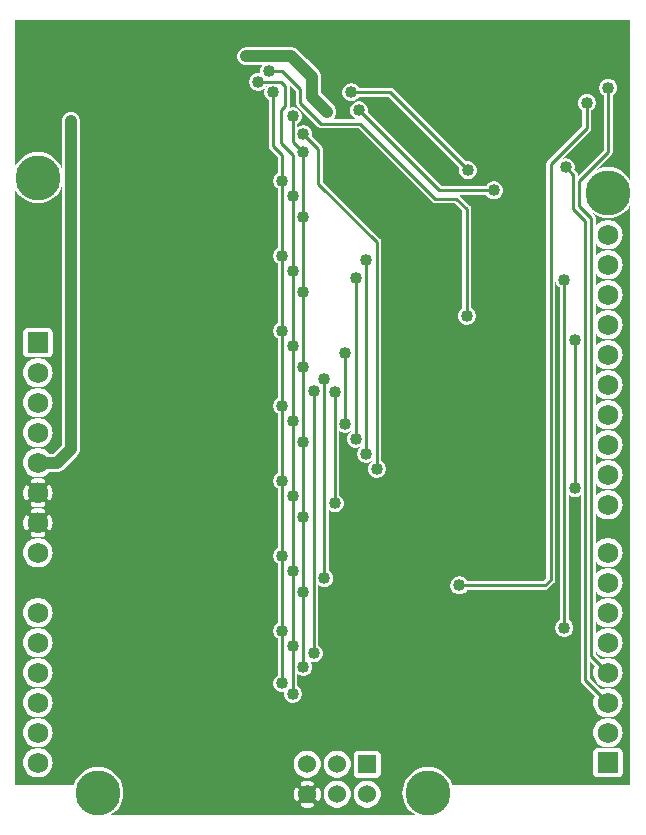
<source format=gbr>
G04 start of page 3 for group 1 idx 1 *
G04 Title: (unknown), solder *
G04 Creator: pcb 20110918 *
G04 CreationDate: Tue 05 Jan 2016 03:28:18 AM GMT UTC *
G04 For: railfan *
G04 Format: Gerber/RS-274X *
G04 PCB-Dimensions: 210000 270000 *
G04 PCB-Coordinate-Origin: lower left *
%MOIN*%
%FSLAX25Y25*%
%LNBOTTOM*%
%ADD43C,0.1285*%
%ADD42C,0.0380*%
%ADD41C,0.0200*%
%ADD40C,0.1500*%
%ADD39C,0.0600*%
%ADD38C,0.0680*%
%ADD37C,0.0100*%
%ADD36C,0.0400*%
%ADD35C,0.0001*%
G54D35*G36*
X119796Y14000D02*X132482D01*
X132403Y13871D01*
X131891Y12635D01*
X131579Y11334D01*
X131474Y10000D01*
X131579Y8666D01*
X131891Y7365D01*
X132403Y6129D01*
X133102Y4988D01*
X133971Y3971D01*
X134988Y3102D01*
X135971Y2500D01*
X119796D01*
Y4936D01*
X119803Y4935D01*
X120509Y4991D01*
X121198Y5156D01*
X121852Y5427D01*
X122456Y5797D01*
X122995Y6257D01*
X123455Y6796D01*
X123825Y7400D01*
X124096Y8054D01*
X124261Y8743D01*
X124303Y9449D01*
X124261Y10155D01*
X124096Y10844D01*
X123825Y11498D01*
X123455Y12102D01*
X122995Y12641D01*
X122456Y13101D01*
X121852Y13471D01*
X121198Y13742D01*
X120509Y13907D01*
X119803Y13963D01*
X119796Y13962D01*
Y14000D01*
G37*
G36*
X109796D02*X119796D01*
Y13962D01*
X119097Y13907D01*
X118408Y13742D01*
X117754Y13471D01*
X117150Y13101D01*
X116611Y12641D01*
X116151Y12102D01*
X115781Y11498D01*
X115510Y10844D01*
X115345Y10155D01*
X115289Y9449D01*
X115345Y8743D01*
X115510Y8054D01*
X115781Y7400D01*
X116151Y6796D01*
X116611Y6257D01*
X117150Y5797D01*
X117754Y5427D01*
X118408Y5156D01*
X119097Y4991D01*
X119796Y4936D01*
Y2500D01*
X109796D01*
Y4936D01*
X109803Y4935D01*
X110509Y4991D01*
X111198Y5156D01*
X111852Y5427D01*
X112456Y5797D01*
X112995Y6257D01*
X113455Y6796D01*
X113825Y7400D01*
X114096Y8054D01*
X114261Y8743D01*
X114303Y9449D01*
X114261Y10155D01*
X114096Y10844D01*
X113825Y11498D01*
X113455Y12102D01*
X112995Y12641D01*
X112456Y13101D01*
X111852Y13471D01*
X111198Y13742D01*
X110509Y13907D01*
X109803Y13963D01*
X109796Y13962D01*
Y14000D01*
G37*
G36*
X103416D02*X109796D01*
Y13962D01*
X109097Y13907D01*
X108408Y13742D01*
X107754Y13471D01*
X107150Y13101D01*
X106611Y12641D01*
X106151Y12102D01*
X105781Y11498D01*
X105510Y10844D01*
X105345Y10155D01*
X105289Y9449D01*
X105345Y8743D01*
X105510Y8054D01*
X105781Y7400D01*
X106151Y6796D01*
X106611Y6257D01*
X107150Y5797D01*
X107754Y5427D01*
X108408Y5156D01*
X109097Y4991D01*
X109796Y4936D01*
Y2500D01*
X103416D01*
Y7302D01*
X103459Y7309D01*
X103571Y7346D01*
X103676Y7401D01*
X103771Y7471D01*
X103854Y7555D01*
X103922Y7651D01*
X103973Y7757D01*
X104121Y8165D01*
X104225Y8586D01*
X104287Y9016D01*
X104308Y9449D01*
X104287Y9882D01*
X104225Y10312D01*
X104121Y10733D01*
X103978Y11143D01*
X103925Y11249D01*
X103856Y11345D01*
X103773Y11430D01*
X103678Y11500D01*
X103572Y11555D01*
X103460Y11592D01*
X103416Y11600D01*
Y14000D01*
G37*
G36*
X99805D02*X103416D01*
Y11600D01*
X103343Y11612D01*
X103224Y11613D01*
X103107Y11595D01*
X102994Y11559D01*
X102888Y11506D01*
X102791Y11437D01*
X102707Y11354D01*
X102636Y11258D01*
X102582Y11153D01*
X102544Y11041D01*
X102525Y10924D01*
X102524Y10805D01*
X102542Y10688D01*
X102580Y10575D01*
X102679Y10304D01*
X102747Y10024D01*
X102789Y9738D01*
X102803Y9449D01*
X102789Y9160D01*
X102747Y8874D01*
X102679Y8594D01*
X102583Y8321D01*
X102545Y8210D01*
X102528Y8093D01*
X102528Y7975D01*
X102548Y7858D01*
X102585Y7746D01*
X102639Y7642D01*
X102709Y7547D01*
X102794Y7464D01*
X102890Y7395D01*
X102995Y7342D01*
X103108Y7306D01*
X103224Y7289D01*
X103342Y7290D01*
X103416Y7302D01*
Y2500D01*
X99805D01*
Y4944D01*
X100236Y4965D01*
X100666Y5027D01*
X101087Y5131D01*
X101497Y5274D01*
X101603Y5327D01*
X101699Y5396D01*
X101784Y5479D01*
X101854Y5574D01*
X101909Y5680D01*
X101946Y5792D01*
X101966Y5909D01*
X101967Y6028D01*
X101949Y6145D01*
X101913Y6258D01*
X101860Y6364D01*
X101791Y6461D01*
X101708Y6545D01*
X101612Y6616D01*
X101507Y6670D01*
X101395Y6708D01*
X101278Y6727D01*
X101159Y6728D01*
X101042Y6710D01*
X100929Y6672D01*
X100658Y6573D01*
X100378Y6505D01*
X100092Y6463D01*
X99805Y6449D01*
Y12449D01*
X100092Y12435D01*
X100378Y12393D01*
X100658Y12325D01*
X100931Y12229D01*
X101042Y12191D01*
X101159Y12174D01*
X101277Y12174D01*
X101394Y12194D01*
X101506Y12231D01*
X101610Y12285D01*
X101705Y12355D01*
X101788Y12440D01*
X101857Y12536D01*
X101910Y12641D01*
X101946Y12754D01*
X101963Y12870D01*
X101962Y12988D01*
X101943Y13105D01*
X101906Y13217D01*
X101851Y13322D01*
X101781Y13417D01*
X101697Y13500D01*
X101601Y13568D01*
X101495Y13619D01*
X101087Y13767D01*
X100666Y13871D01*
X100236Y13933D01*
X99805Y13954D01*
Y14000D01*
G37*
G36*
X96190D02*X99805D01*
Y13954D01*
X99803Y13954D01*
X99370Y13933D01*
X98940Y13871D01*
X98519Y13767D01*
X98109Y13624D01*
X98003Y13571D01*
X97907Y13502D01*
X97822Y13419D01*
X97752Y13324D01*
X97697Y13218D01*
X97660Y13106D01*
X97640Y12989D01*
X97639Y12870D01*
X97657Y12753D01*
X97693Y12640D01*
X97746Y12534D01*
X97815Y12437D01*
X97898Y12353D01*
X97994Y12282D01*
X98099Y12228D01*
X98211Y12190D01*
X98328Y12171D01*
X98447Y12170D01*
X98564Y12188D01*
X98677Y12226D01*
X98948Y12325D01*
X99228Y12393D01*
X99514Y12435D01*
X99803Y12449D01*
X99805Y12449D01*
Y6449D01*
X99803Y6449D01*
X99514Y6463D01*
X99228Y6505D01*
X98948Y6573D01*
X98675Y6669D01*
X98564Y6707D01*
X98447Y6724D01*
X98329Y6724D01*
X98212Y6704D01*
X98100Y6667D01*
X97996Y6613D01*
X97901Y6543D01*
X97818Y6458D01*
X97749Y6362D01*
X97696Y6257D01*
X97660Y6144D01*
X97643Y6028D01*
X97644Y5910D01*
X97663Y5793D01*
X97700Y5681D01*
X97755Y5576D01*
X97825Y5481D01*
X97909Y5398D01*
X98005Y5330D01*
X98111Y5279D01*
X98519Y5131D01*
X98940Y5027D01*
X99370Y4965D01*
X99803Y4944D01*
X99805Y4944D01*
Y2500D01*
X96190D01*
Y7298D01*
X96263Y7286D01*
X96382Y7285D01*
X96499Y7303D01*
X96612Y7339D01*
X96718Y7392D01*
X96815Y7461D01*
X96899Y7544D01*
X96970Y7640D01*
X97024Y7745D01*
X97062Y7857D01*
X97081Y7974D01*
X97082Y8093D01*
X97064Y8210D01*
X97026Y8323D01*
X96927Y8594D01*
X96859Y8874D01*
X96817Y9160D01*
X96803Y9449D01*
X96817Y9738D01*
X96859Y10024D01*
X96927Y10304D01*
X97023Y10577D01*
X97061Y10688D01*
X97078Y10805D01*
X97078Y10923D01*
X97058Y11040D01*
X97021Y11152D01*
X96967Y11256D01*
X96897Y11351D01*
X96812Y11434D01*
X96716Y11503D01*
X96611Y11556D01*
X96498Y11592D01*
X96382Y11609D01*
X96264Y11608D01*
X96190Y11596D01*
Y14000D01*
G37*
G36*
X37518D02*X96190D01*
Y11596D01*
X96147Y11589D01*
X96035Y11552D01*
X95930Y11497D01*
X95835Y11427D01*
X95752Y11343D01*
X95684Y11247D01*
X95633Y11141D01*
X95485Y10733D01*
X95381Y10312D01*
X95319Y9882D01*
X95298Y9449D01*
X95319Y9016D01*
X95381Y8586D01*
X95485Y8165D01*
X95628Y7755D01*
X95681Y7649D01*
X95750Y7553D01*
X95833Y7468D01*
X95928Y7398D01*
X96034Y7343D01*
X96146Y7306D01*
X96190Y7298D01*
Y2500D01*
X34029D01*
X35012Y3102D01*
X36029Y3971D01*
X36898Y4988D01*
X37597Y6129D01*
X38109Y7365D01*
X38421Y8666D01*
X38500Y10000D01*
X38421Y11334D01*
X38109Y12635D01*
X37597Y13871D01*
X37518Y14000D01*
G37*
G36*
X200000Y267500D02*X207500D01*
Y214029D01*
X206898Y215012D01*
X206029Y216029D01*
X205012Y216898D01*
X203871Y217597D01*
X202635Y218109D01*
X201334Y218421D01*
X200000Y218526D01*
Y221379D01*
X201105Y222484D01*
X201150Y222522D01*
X201303Y222701D01*
X201303Y222702D01*
X201427Y222903D01*
X201517Y223121D01*
X201572Y223351D01*
X201591Y223586D01*
X201586Y223645D01*
Y242401D01*
X201855Y242565D01*
X202214Y242872D01*
X202521Y243231D01*
X202767Y243634D01*
X202948Y244070D01*
X203058Y244529D01*
X203086Y245000D01*
X203058Y245471D01*
X202948Y245930D01*
X202767Y246366D01*
X202521Y246769D01*
X202214Y247128D01*
X201855Y247435D01*
X201452Y247681D01*
X201016Y247862D01*
X200557Y247972D01*
X200086Y248009D01*
X200000Y248002D01*
Y267500D01*
G37*
G36*
Y35085D02*X200769Y35145D01*
X201519Y35325D01*
X202231Y35621D01*
X202889Y36024D01*
X203476Y36524D01*
X203976Y37111D01*
X204379Y37769D01*
X204675Y38481D01*
X204855Y39231D01*
X204900Y40000D01*
X204855Y40769D01*
X204675Y41519D01*
X204379Y42231D01*
X203976Y42889D01*
X203476Y43476D01*
X202889Y43976D01*
X202231Y44379D01*
X201519Y44675D01*
X200769Y44855D01*
X200000Y44915D01*
Y45085D01*
X200769Y45145D01*
X201519Y45325D01*
X202231Y45621D01*
X202889Y46024D01*
X203476Y46524D01*
X203976Y47111D01*
X204379Y47769D01*
X204675Y48481D01*
X204855Y49231D01*
X204900Y50000D01*
X204855Y50769D01*
X204675Y51519D01*
X204379Y52231D01*
X203976Y52889D01*
X203476Y53476D01*
X202889Y53976D01*
X202231Y54379D01*
X201519Y54675D01*
X200769Y54855D01*
X200000Y54915D01*
Y55085D01*
X200769Y55145D01*
X201519Y55325D01*
X202231Y55621D01*
X202889Y56024D01*
X203476Y56524D01*
X203976Y57111D01*
X204379Y57769D01*
X204675Y58481D01*
X204855Y59231D01*
X204900Y60000D01*
X204855Y60769D01*
X204675Y61519D01*
X204379Y62231D01*
X203976Y62889D01*
X203476Y63476D01*
X202889Y63976D01*
X202231Y64379D01*
X201519Y64675D01*
X200769Y64855D01*
X200000Y64915D01*
Y65085D01*
X200769Y65145D01*
X201519Y65325D01*
X202231Y65621D01*
X202889Y66024D01*
X203476Y66524D01*
X203976Y67111D01*
X204379Y67769D01*
X204675Y68481D01*
X204855Y69231D01*
X204900Y70000D01*
X204855Y70769D01*
X204675Y71519D01*
X204379Y72231D01*
X203976Y72889D01*
X203476Y73476D01*
X202889Y73976D01*
X202231Y74379D01*
X201519Y74675D01*
X200769Y74855D01*
X200000Y74915D01*
Y75085D01*
X200769Y75145D01*
X201519Y75325D01*
X202231Y75621D01*
X202889Y76024D01*
X203476Y76524D01*
X203976Y77111D01*
X204379Y77769D01*
X204675Y78481D01*
X204855Y79231D01*
X204900Y80000D01*
X204855Y80769D01*
X204675Y81519D01*
X204379Y82231D01*
X203976Y82889D01*
X203476Y83476D01*
X202889Y83976D01*
X202231Y84379D01*
X201519Y84675D01*
X200769Y84855D01*
X200000Y84915D01*
Y85085D01*
X200769Y85145D01*
X201519Y85325D01*
X202231Y85621D01*
X202889Y86024D01*
X203476Y86524D01*
X203976Y87111D01*
X204379Y87769D01*
X204675Y88481D01*
X204855Y89231D01*
X204900Y90000D01*
X204855Y90769D01*
X204675Y91519D01*
X204379Y92231D01*
X203976Y92889D01*
X203476Y93476D01*
X202889Y93976D01*
X202231Y94379D01*
X201519Y94675D01*
X200769Y94855D01*
X200000Y94915D01*
Y101085D01*
X200769Y101145D01*
X201519Y101325D01*
X202231Y101621D01*
X202889Y102024D01*
X203476Y102524D01*
X203976Y103111D01*
X204379Y103769D01*
X204675Y104481D01*
X204855Y105231D01*
X204900Y106000D01*
X204855Y106769D01*
X204675Y107519D01*
X204379Y108231D01*
X203976Y108889D01*
X203476Y109476D01*
X202889Y109976D01*
X202231Y110379D01*
X201519Y110675D01*
X200769Y110855D01*
X200000Y110915D01*
Y111085D01*
X200769Y111145D01*
X201519Y111325D01*
X202231Y111621D01*
X202889Y112024D01*
X203476Y112524D01*
X203976Y113111D01*
X204379Y113769D01*
X204675Y114481D01*
X204855Y115231D01*
X204900Y116000D01*
X204855Y116769D01*
X204675Y117519D01*
X204379Y118231D01*
X203976Y118889D01*
X203476Y119476D01*
X202889Y119976D01*
X202231Y120379D01*
X201519Y120675D01*
X200769Y120855D01*
X200000Y120915D01*
Y121085D01*
X200769Y121145D01*
X201519Y121325D01*
X202231Y121621D01*
X202889Y122024D01*
X203476Y122524D01*
X203976Y123111D01*
X204379Y123769D01*
X204675Y124481D01*
X204855Y125231D01*
X204900Y126000D01*
X204855Y126769D01*
X204675Y127519D01*
X204379Y128231D01*
X203976Y128889D01*
X203476Y129476D01*
X202889Y129976D01*
X202231Y130379D01*
X201519Y130675D01*
X200769Y130855D01*
X200000Y130915D01*
Y131085D01*
X200769Y131145D01*
X201519Y131325D01*
X202231Y131621D01*
X202889Y132024D01*
X203476Y132524D01*
X203976Y133111D01*
X204379Y133769D01*
X204675Y134481D01*
X204855Y135231D01*
X204900Y136000D01*
X204855Y136769D01*
X204675Y137519D01*
X204379Y138231D01*
X203976Y138889D01*
X203476Y139476D01*
X202889Y139976D01*
X202231Y140379D01*
X201519Y140675D01*
X200769Y140855D01*
X200000Y140915D01*
Y141085D01*
X200769Y141145D01*
X201519Y141325D01*
X202231Y141621D01*
X202889Y142024D01*
X203476Y142524D01*
X203976Y143111D01*
X204379Y143769D01*
X204675Y144481D01*
X204855Y145231D01*
X204900Y146000D01*
X204855Y146769D01*
X204675Y147519D01*
X204379Y148231D01*
X203976Y148889D01*
X203476Y149476D01*
X202889Y149976D01*
X202231Y150379D01*
X201519Y150675D01*
X200769Y150855D01*
X200000Y150915D01*
Y151085D01*
X200769Y151145D01*
X201519Y151325D01*
X202231Y151621D01*
X202889Y152024D01*
X203476Y152524D01*
X203976Y153111D01*
X204379Y153769D01*
X204675Y154481D01*
X204855Y155231D01*
X204900Y156000D01*
X204855Y156769D01*
X204675Y157519D01*
X204379Y158231D01*
X203976Y158889D01*
X203476Y159476D01*
X202889Y159976D01*
X202231Y160379D01*
X201519Y160675D01*
X200769Y160855D01*
X200000Y160915D01*
Y161085D01*
X200769Y161145D01*
X201519Y161325D01*
X202231Y161621D01*
X202889Y162024D01*
X203476Y162524D01*
X203976Y163111D01*
X204379Y163769D01*
X204675Y164481D01*
X204855Y165231D01*
X204900Y166000D01*
X204855Y166769D01*
X204675Y167519D01*
X204379Y168231D01*
X203976Y168889D01*
X203476Y169476D01*
X202889Y169976D01*
X202231Y170379D01*
X201519Y170675D01*
X200769Y170855D01*
X200000Y170915D01*
Y171085D01*
X200769Y171145D01*
X201519Y171325D01*
X202231Y171621D01*
X202889Y172024D01*
X203476Y172524D01*
X203976Y173111D01*
X204379Y173769D01*
X204675Y174481D01*
X204855Y175231D01*
X204900Y176000D01*
X204855Y176769D01*
X204675Y177519D01*
X204379Y178231D01*
X203976Y178889D01*
X203476Y179476D01*
X202889Y179976D01*
X202231Y180379D01*
X201519Y180675D01*
X200769Y180855D01*
X200000Y180915D01*
Y181085D01*
X200769Y181145D01*
X201519Y181325D01*
X202231Y181621D01*
X202889Y182024D01*
X203476Y182524D01*
X203976Y183111D01*
X204379Y183769D01*
X204675Y184481D01*
X204855Y185231D01*
X204900Y186000D01*
X204855Y186769D01*
X204675Y187519D01*
X204379Y188231D01*
X203976Y188889D01*
X203476Y189476D01*
X202889Y189976D01*
X202231Y190379D01*
X201519Y190675D01*
X200769Y190855D01*
X200000Y190915D01*
Y191085D01*
X200769Y191145D01*
X201519Y191325D01*
X202231Y191621D01*
X202889Y192024D01*
X203476Y192524D01*
X203976Y193111D01*
X204379Y193769D01*
X204675Y194481D01*
X204855Y195231D01*
X204900Y196000D01*
X204855Y196769D01*
X204675Y197519D01*
X204379Y198231D01*
X203976Y198889D01*
X203476Y199476D01*
X202889Y199976D01*
X202231Y200379D01*
X201519Y200675D01*
X200769Y200855D01*
X200000Y200915D01*
Y201474D01*
X201334Y201579D01*
X202635Y201891D01*
X203871Y202403D01*
X205012Y203102D01*
X206029Y203971D01*
X206898Y204988D01*
X207500Y205971D01*
Y12500D01*
X200000D01*
Y15107D01*
X203635Y15114D01*
X203865Y15169D01*
X204083Y15259D01*
X204284Y15383D01*
X204464Y15536D01*
X204617Y15716D01*
X204741Y15917D01*
X204831Y16135D01*
X204886Y16365D01*
X204900Y16600D01*
X204886Y23635D01*
X204831Y23865D01*
X204741Y24083D01*
X204617Y24284D01*
X204464Y24464D01*
X204284Y24617D01*
X204083Y24741D01*
X203865Y24831D01*
X203635Y24886D01*
X203400Y24900D01*
X200000Y24893D01*
Y25085D01*
X200769Y25145D01*
X201519Y25325D01*
X202231Y25621D01*
X202889Y26024D01*
X203476Y26524D01*
X203976Y27111D01*
X204379Y27769D01*
X204675Y28481D01*
X204855Y29231D01*
X204900Y30000D01*
X204855Y30769D01*
X204675Y31519D01*
X204379Y32231D01*
X203976Y32889D01*
X203476Y33476D01*
X202889Y33976D01*
X202231Y34379D01*
X201519Y34675D01*
X200769Y34855D01*
X200000Y34915D01*
Y35085D01*
G37*
G36*
Y218526D02*X198666Y218421D01*
X197365Y218109D01*
X196281Y217660D01*
X200000Y221379D01*
Y218526D01*
G37*
G36*
Y200915D02*X199231Y200855D01*
X198481Y200675D01*
X197769Y200379D01*
X197111Y199976D01*
X196524Y199476D01*
X196024Y198889D01*
X196000Y198851D01*
Y201441D01*
X196005Y201500D01*
X195986Y201735D01*
X195986Y201735D01*
X195931Y201965D01*
X195841Y202183D01*
X195717Y202384D01*
X195564Y202564D01*
X195519Y202602D01*
X195068Y203053D01*
X196129Y202403D01*
X197365Y201891D01*
X198666Y201579D01*
X200000Y201474D01*
Y200915D01*
G37*
G36*
Y190915D02*X199231Y190855D01*
X198481Y190675D01*
X197769Y190379D01*
X197111Y189976D01*
X196524Y189476D01*
X196024Y188889D01*
X196000Y188851D01*
Y193149D01*
X196024Y193111D01*
X196524Y192524D01*
X197111Y192024D01*
X197769Y191621D01*
X198481Y191325D01*
X199231Y191145D01*
X200000Y191085D01*
Y190915D01*
G37*
G36*
Y180915D02*X199231Y180855D01*
X198481Y180675D01*
X197769Y180379D01*
X197111Y179976D01*
X196524Y179476D01*
X196024Y178889D01*
X196000Y178851D01*
Y183149D01*
X196024Y183111D01*
X196524Y182524D01*
X197111Y182024D01*
X197769Y181621D01*
X198481Y181325D01*
X199231Y181145D01*
X200000Y181085D01*
Y180915D01*
G37*
G36*
Y170915D02*X199231Y170855D01*
X198481Y170675D01*
X197769Y170379D01*
X197111Y169976D01*
X196524Y169476D01*
X196024Y168889D01*
X196000Y168851D01*
Y173149D01*
X196024Y173111D01*
X196524Y172524D01*
X197111Y172024D01*
X197769Y171621D01*
X198481Y171325D01*
X199231Y171145D01*
X200000Y171085D01*
Y170915D01*
G37*
G36*
Y160915D02*X199231Y160855D01*
X198481Y160675D01*
X197769Y160379D01*
X197111Y159976D01*
X196524Y159476D01*
X196024Y158889D01*
X196000Y158851D01*
Y163149D01*
X196024Y163111D01*
X196524Y162524D01*
X197111Y162024D01*
X197769Y161621D01*
X198481Y161325D01*
X199231Y161145D01*
X200000Y161085D01*
Y160915D01*
G37*
G36*
Y150915D02*X199231Y150855D01*
X198481Y150675D01*
X197769Y150379D01*
X197111Y149976D01*
X196524Y149476D01*
X196024Y148889D01*
X196000Y148851D01*
Y153149D01*
X196024Y153111D01*
X196524Y152524D01*
X197111Y152024D01*
X197769Y151621D01*
X198481Y151325D01*
X199231Y151145D01*
X200000Y151085D01*
Y150915D01*
G37*
G36*
Y140915D02*X199231Y140855D01*
X198481Y140675D01*
X197769Y140379D01*
X197111Y139976D01*
X196524Y139476D01*
X196024Y138889D01*
X196000Y138851D01*
Y143149D01*
X196024Y143111D01*
X196524Y142524D01*
X197111Y142024D01*
X197769Y141621D01*
X198481Y141325D01*
X199231Y141145D01*
X200000Y141085D01*
Y140915D01*
G37*
G36*
Y130915D02*X199231Y130855D01*
X198481Y130675D01*
X197769Y130379D01*
X197111Y129976D01*
X196524Y129476D01*
X196024Y128889D01*
X196000Y128851D01*
Y133149D01*
X196024Y133111D01*
X196524Y132524D01*
X197111Y132024D01*
X197769Y131621D01*
X198481Y131325D01*
X199231Y131145D01*
X200000Y131085D01*
Y130915D01*
G37*
G36*
Y120915D02*X199231Y120855D01*
X198481Y120675D01*
X197769Y120379D01*
X197111Y119976D01*
X196524Y119476D01*
X196024Y118889D01*
X196000Y118851D01*
Y123149D01*
X196024Y123111D01*
X196524Y122524D01*
X197111Y122024D01*
X197769Y121621D01*
X198481Y121325D01*
X199231Y121145D01*
X200000Y121085D01*
Y120915D01*
G37*
G36*
Y110915D02*X199231Y110855D01*
X198481Y110675D01*
X197769Y110379D01*
X197111Y109976D01*
X196524Y109476D01*
X196024Y108889D01*
X196000Y108851D01*
Y113149D01*
X196024Y113111D01*
X196524Y112524D01*
X197111Y112024D01*
X197769Y111621D01*
X198481Y111325D01*
X199231Y111145D01*
X200000Y111085D01*
Y110915D01*
G37*
G36*
Y94915D02*X199231Y94855D01*
X198481Y94675D01*
X197769Y94379D01*
X197111Y93976D01*
X196524Y93476D01*
X196024Y92889D01*
X196000Y92851D01*
Y103149D01*
X196024Y103111D01*
X196524Y102524D01*
X197111Y102024D01*
X197769Y101621D01*
X198481Y101325D01*
X199231Y101145D01*
X200000Y101085D01*
Y94915D01*
G37*
G36*
Y84915D02*X199231Y84855D01*
X198481Y84675D01*
X197769Y84379D01*
X197111Y83976D01*
X196524Y83476D01*
X196024Y82889D01*
X196000Y82851D01*
Y87149D01*
X196024Y87111D01*
X196524Y86524D01*
X197111Y86024D01*
X197769Y85621D01*
X198481Y85325D01*
X199231Y85145D01*
X200000Y85085D01*
Y84915D01*
G37*
G36*
Y74915D02*X199231Y74855D01*
X198481Y74675D01*
X197769Y74379D01*
X197111Y73976D01*
X196524Y73476D01*
X196024Y72889D01*
X196000Y72851D01*
Y77149D01*
X196024Y77111D01*
X196524Y76524D01*
X197111Y76024D01*
X197769Y75621D01*
X198481Y75325D01*
X199231Y75145D01*
X200000Y75085D01*
Y74915D01*
G37*
G36*
Y64915D02*X199231Y64855D01*
X198481Y64675D01*
X197769Y64379D01*
X197111Y63976D01*
X196524Y63476D01*
X196024Y62889D01*
X196000Y62851D01*
Y67149D01*
X196024Y67111D01*
X196524Y66524D01*
X197111Y66024D01*
X197769Y65621D01*
X198481Y65325D01*
X199231Y65145D01*
X200000Y65085D01*
Y64915D01*
G37*
G36*
Y54915D02*X199231Y54855D01*
X198481Y54675D01*
X197769Y54379D01*
X197752Y54369D01*
X196000Y56121D01*
Y57149D01*
X196024Y57111D01*
X196524Y56524D01*
X197111Y56024D01*
X197769Y55621D01*
X198481Y55325D01*
X199231Y55145D01*
X200000Y55085D01*
Y54915D01*
G37*
G36*
Y44915D02*X199231Y44855D01*
X198481Y44675D01*
X197769Y44379D01*
X197752Y44369D01*
X194000Y48121D01*
Y53879D01*
X195631Y52248D01*
X195621Y52231D01*
X195325Y51519D01*
X195145Y50769D01*
X195085Y50000D01*
X195145Y49231D01*
X195325Y48481D01*
X195621Y47769D01*
X196024Y47111D01*
X196524Y46524D01*
X197111Y46024D01*
X197769Y45621D01*
X198481Y45325D01*
X199231Y45145D01*
X200000Y45085D01*
Y44915D01*
G37*
G36*
X198586Y242401D02*Y224207D01*
X190000Y215621D01*
Y215855D01*
X190005Y215914D01*
X189986Y216149D01*
X189931Y216379D01*
X189841Y216597D01*
X189717Y216798D01*
X189564Y216978D01*
X189519Y217016D01*
X188813Y217723D01*
X188886Y218029D01*
X188914Y218500D01*
X188886Y218971D01*
X188776Y219430D01*
X188595Y219866D01*
X188349Y220269D01*
X188042Y220628D01*
X187683Y220935D01*
X187280Y221181D01*
X186844Y221362D01*
X186385Y221472D01*
X185914Y221509D01*
X185443Y221472D01*
X184984Y221362D01*
X184983Y221361D01*
X194019Y230398D01*
X194064Y230436D01*
X194217Y230615D01*
X194217Y230616D01*
X194341Y230817D01*
X194431Y231035D01*
X194486Y231265D01*
X194505Y231500D01*
X194500Y231559D01*
Y237401D01*
X194769Y237565D01*
X195128Y237872D01*
X195435Y238231D01*
X195681Y238634D01*
X195862Y239070D01*
X195972Y239529D01*
X196000Y240000D01*
X195972Y240471D01*
X195862Y240930D01*
X195681Y241366D01*
X195435Y241769D01*
X195128Y242128D01*
X194769Y242435D01*
X194366Y242681D01*
X193930Y242862D01*
X193471Y242972D01*
X193000Y243009D01*
X192529Y242972D01*
X192070Y242862D01*
X191634Y242681D01*
X191231Y242435D01*
X190872Y242128D01*
X190565Y241769D01*
X190319Y241366D01*
X190138Y240930D01*
X190028Y240471D01*
X189991Y240000D01*
X190028Y239529D01*
X190138Y239070D01*
X190319Y238634D01*
X190565Y238231D01*
X190872Y237872D01*
X191231Y237565D01*
X191500Y237401D01*
Y232121D01*
X179981Y220602D01*
X179936Y220564D01*
X179783Y220384D01*
X179659Y220183D01*
X179569Y219965D01*
X179514Y219735D01*
X179514Y219735D01*
X179495Y219500D01*
X179500Y219441D01*
Y81621D01*
X178454Y80575D01*
X153099D01*
X152935Y80844D01*
X152628Y81203D01*
X152269Y81510D01*
X151866Y81756D01*
X151430Y81937D01*
X150971Y82047D01*
X150500Y82084D01*
X150029Y82047D01*
X149570Y81937D01*
X149134Y81756D01*
X148731Y81510D01*
X148372Y81203D01*
X148065Y80844D01*
X147819Y80441D01*
X147638Y80005D01*
X147528Y79546D01*
X147491Y79075D01*
X147528Y78604D01*
X147638Y78145D01*
X147819Y77709D01*
X148065Y77306D01*
X148372Y76947D01*
X148731Y76640D01*
X149134Y76394D01*
X149570Y76213D01*
X150029Y76103D01*
X150500Y76066D01*
X150971Y76103D01*
X151430Y76213D01*
X151866Y76394D01*
X152269Y76640D01*
X152628Y76947D01*
X152935Y77306D01*
X153099Y77575D01*
X179016D01*
X179075Y77570D01*
X179310Y77589D01*
X179310Y77589D01*
X179540Y77644D01*
X179758Y77734D01*
X179959Y77858D01*
X180139Y78011D01*
X180177Y78056D01*
X182019Y79898D01*
X182064Y79936D01*
X182217Y80115D01*
X182217Y80116D01*
X182341Y80317D01*
X182431Y80535D01*
X182486Y80765D01*
X182505Y81000D01*
X182500Y81059D01*
Y180882D01*
X182528Y180529D01*
X182638Y180070D01*
X182819Y179634D01*
X183065Y179231D01*
X183372Y178872D01*
X183731Y178565D01*
X184000Y178401D01*
Y67599D01*
X183731Y67435D01*
X183372Y67128D01*
X183065Y66769D01*
X182819Y66366D01*
X182638Y65930D01*
X182528Y65471D01*
X182491Y65000D01*
X182528Y64529D01*
X182638Y64070D01*
X182819Y63634D01*
X183065Y63231D01*
X183372Y62872D01*
X183731Y62565D01*
X184134Y62319D01*
X184570Y62138D01*
X185029Y62028D01*
X185500Y61991D01*
X185971Y62028D01*
X186430Y62138D01*
X186866Y62319D01*
X187269Y62565D01*
X187628Y62872D01*
X187935Y63231D01*
X188181Y63634D01*
X188362Y64070D01*
X188472Y64529D01*
X188500Y65000D01*
X188472Y65471D01*
X188362Y65930D01*
X188181Y66366D01*
X187935Y66769D01*
X187628Y67128D01*
X187269Y67435D01*
X187000Y67599D01*
Y109263D01*
X187231Y109065D01*
X187634Y108819D01*
X188070Y108638D01*
X188529Y108528D01*
X189000Y108491D01*
X189471Y108528D01*
X189930Y108638D01*
X190366Y108819D01*
X190769Y109065D01*
X191000Y109263D01*
Y47559D01*
X190995Y47500D01*
X191014Y47265D01*
X191069Y47035D01*
X191159Y46817D01*
X191283Y46616D01*
X191283Y46615D01*
X191436Y46436D01*
X191481Y46398D01*
X195631Y42248D01*
X195621Y42231D01*
X195325Y41519D01*
X195145Y40769D01*
X195085Y40000D01*
X195145Y39231D01*
X195325Y38481D01*
X195621Y37769D01*
X196024Y37111D01*
X196524Y36524D01*
X197111Y36024D01*
X197769Y35621D01*
X198481Y35325D01*
X199231Y35145D01*
X200000Y35085D01*
Y34915D01*
X199231Y34855D01*
X198481Y34675D01*
X197769Y34379D01*
X197111Y33976D01*
X196524Y33476D01*
X196024Y32889D01*
X195621Y32231D01*
X195325Y31519D01*
X195145Y30769D01*
X195085Y30000D01*
X195145Y29231D01*
X195325Y28481D01*
X195621Y27769D01*
X196024Y27111D01*
X196524Y26524D01*
X197111Y26024D01*
X197769Y25621D01*
X198481Y25325D01*
X199231Y25145D01*
X200000Y25085D01*
Y24893D01*
X196365Y24886D01*
X196135Y24831D01*
X195917Y24741D01*
X195716Y24617D01*
X195536Y24464D01*
X195383Y24284D01*
X195259Y24083D01*
X195169Y23865D01*
X195114Y23635D01*
X195100Y23400D01*
X195114Y16365D01*
X195169Y16135D01*
X195259Y15917D01*
X195383Y15716D01*
X195536Y15536D01*
X195716Y15383D01*
X195917Y15259D01*
X196135Y15169D01*
X196365Y15114D01*
X196600Y15100D01*
X200000Y15107D01*
Y12500D01*
X148141D01*
X148109Y12635D01*
X147597Y13871D01*
X146898Y15012D01*
X146029Y16029D01*
X145012Y16898D01*
X143871Y17597D01*
X142635Y18109D01*
X141334Y18421D01*
X140000Y18526D01*
X138666Y18421D01*
X137365Y18109D01*
X136129Y17597D01*
X134988Y16898D01*
X133971Y16029D01*
X133907Y15954D01*
Y214471D01*
X141398Y206981D01*
X141436Y206936D01*
X141616Y206783D01*
X141817Y206659D01*
X142035Y206569D01*
X142265Y206514D01*
X142500Y206495D01*
X142559Y206500D01*
X148879D01*
X151500Y203879D01*
Y171599D01*
X151231Y171435D01*
X150872Y171128D01*
X150565Y170769D01*
X150319Y170366D01*
X150138Y169930D01*
X150028Y169471D01*
X149991Y169000D01*
X150028Y168529D01*
X150138Y168070D01*
X150319Y167634D01*
X150565Y167231D01*
X150872Y166872D01*
X151231Y166565D01*
X151634Y166319D01*
X152070Y166138D01*
X152529Y166028D01*
X153000Y165991D01*
X153471Y166028D01*
X153930Y166138D01*
X154366Y166319D01*
X154769Y166565D01*
X155128Y166872D01*
X155435Y167231D01*
X155681Y167634D01*
X155862Y168070D01*
X155972Y168529D01*
X156000Y169000D01*
X155972Y169471D01*
X155862Y169930D01*
X155681Y170366D01*
X155435Y170769D01*
X155128Y171128D01*
X154769Y171435D01*
X154500Y171599D01*
Y204441D01*
X154505Y204500D01*
X154486Y204735D01*
X154431Y204965D01*
X154341Y205183D01*
X154217Y205384D01*
X154064Y205564D01*
X154019Y205602D01*
X150602Y209019D01*
X150564Y209064D01*
X150384Y209217D01*
X150290Y209275D01*
X159386D01*
X159550Y209006D01*
X159857Y208647D01*
X160216Y208340D01*
X160619Y208094D01*
X161055Y207913D01*
X161514Y207803D01*
X161985Y207766D01*
X162456Y207803D01*
X162915Y207913D01*
X163351Y208094D01*
X163754Y208340D01*
X164113Y208647D01*
X164420Y209006D01*
X164666Y209409D01*
X164847Y209845D01*
X164957Y210304D01*
X164985Y210775D01*
X164957Y211246D01*
X164847Y211705D01*
X164666Y212141D01*
X164420Y212544D01*
X164113Y212903D01*
X163754Y213210D01*
X163351Y213456D01*
X162915Y213637D01*
X162456Y213747D01*
X161985Y213784D01*
X161514Y213747D01*
X161055Y213637D01*
X160619Y213456D01*
X160216Y213210D01*
X159857Y212903D01*
X159550Y212544D01*
X159386Y212275D01*
X144346D01*
X133907Y222714D01*
Y234795D01*
X150425Y218277D01*
X150352Y217971D01*
X150315Y217500D01*
X150352Y217029D01*
X150462Y216570D01*
X150643Y216134D01*
X150889Y215731D01*
X151196Y215372D01*
X151555Y215065D01*
X151958Y214819D01*
X152394Y214638D01*
X152853Y214528D01*
X153324Y214491D01*
X153795Y214528D01*
X154254Y214638D01*
X154690Y214819D01*
X155093Y215065D01*
X155452Y215372D01*
X155759Y215731D01*
X156005Y216134D01*
X156186Y216570D01*
X156296Y217029D01*
X156324Y217500D01*
X156296Y217971D01*
X156186Y218430D01*
X156005Y218866D01*
X155759Y219269D01*
X155452Y219628D01*
X155093Y219935D01*
X154690Y220181D01*
X154254Y220362D01*
X153795Y220472D01*
X153324Y220509D01*
X152853Y220472D01*
X152547Y220399D01*
X133907Y239038D01*
Y267500D01*
X200000D01*
Y248002D01*
X199615Y247972D01*
X199156Y247862D01*
X198720Y247681D01*
X198317Y247435D01*
X197958Y247128D01*
X197651Y246769D01*
X197405Y246366D01*
X197224Y245930D01*
X197114Y245471D01*
X197077Y245000D01*
X197114Y244529D01*
X197224Y244070D01*
X197405Y243634D01*
X197651Y243231D01*
X197958Y242872D01*
X198317Y242565D01*
X198586Y242401D01*
G37*
G36*
X119803Y242000D02*X126703D01*
X133907Y234795D01*
Y222714D01*
X119899Y236723D01*
X119972Y237029D01*
X120000Y237500D01*
X119972Y237971D01*
X119862Y238430D01*
X119803Y238572D01*
Y242000D01*
G37*
G36*
Y267500D02*X133907D01*
Y239038D01*
X128426Y244519D01*
X128388Y244564D01*
X128208Y244717D01*
X128007Y244841D01*
X127789Y244931D01*
X127559Y244986D01*
X127324Y245005D01*
X127265Y245000D01*
X119803D01*
Y267500D01*
G37*
G36*
X133907Y15954D02*X133102Y15012D01*
X132403Y13871D01*
X131891Y12635D01*
X131859Y12500D01*
X123115D01*
X122995Y12641D01*
X122456Y13101D01*
X121852Y13471D01*
X121198Y13742D01*
X120509Y13907D01*
X119803Y13963D01*
Y14956D01*
X123038Y14963D01*
X123268Y15018D01*
X123486Y15108D01*
X123687Y15232D01*
X123867Y15385D01*
X124020Y15565D01*
X124144Y15766D01*
X124234Y15984D01*
X124289Y16214D01*
X124303Y16449D01*
X124289Y22684D01*
X124234Y22914D01*
X124144Y23132D01*
X124020Y23333D01*
X123867Y23513D01*
X123687Y23666D01*
X123486Y23790D01*
X123268Y23880D01*
X123038Y23935D01*
X122803Y23949D01*
X119803Y23942D01*
Y120015D01*
X119971Y120028D01*
X120430Y120138D01*
X120866Y120319D01*
X121269Y120565D01*
X121500Y120763D01*
Y120599D01*
X121231Y120435D01*
X120872Y120128D01*
X120565Y119769D01*
X120319Y119366D01*
X120138Y118930D01*
X120028Y118471D01*
X119991Y118000D01*
X120028Y117529D01*
X120138Y117070D01*
X120319Y116634D01*
X120565Y116231D01*
X120872Y115872D01*
X121231Y115565D01*
X121634Y115319D01*
X122070Y115138D01*
X122529Y115028D01*
X123000Y114991D01*
X123471Y115028D01*
X123930Y115138D01*
X124366Y115319D01*
X124769Y115565D01*
X125128Y115872D01*
X125435Y116231D01*
X125681Y116634D01*
X125862Y117070D01*
X125972Y117529D01*
X126000Y118000D01*
X125972Y118471D01*
X125862Y118930D01*
X125681Y119366D01*
X125435Y119769D01*
X125128Y120128D01*
X124769Y120435D01*
X124500Y120599D01*
Y193441D01*
X124505Y193500D01*
X124486Y193735D01*
X124486Y193735D01*
X124431Y193965D01*
X124341Y194183D01*
X124217Y194384D01*
X124064Y194564D01*
X124019Y194602D01*
X119803Y198818D01*
Y228576D01*
X133907Y214471D01*
Y15954D01*
G37*
G36*
X119803Y198818D02*X105000Y213621D01*
Y224441D01*
X105005Y224500D01*
X104986Y224735D01*
X104986Y224735D01*
X104931Y224965D01*
X104841Y225183D01*
X104717Y225384D01*
X104564Y225564D01*
X104519Y225602D01*
X101399Y228723D01*
X101472Y229029D01*
X101500Y229500D01*
X101472Y229971D01*
X101362Y230430D01*
X101181Y230866D01*
X100935Y231269D01*
X100628Y231628D01*
X100269Y231935D01*
X99866Y232181D01*
X99430Y232362D01*
X98971Y232472D01*
X98500Y232509D01*
X98029Y232472D01*
X97570Y232362D01*
X97134Y232181D01*
X96731Y231935D01*
X96500Y231737D01*
Y232901D01*
X96769Y233065D01*
X97128Y233372D01*
X97435Y233731D01*
X97681Y234134D01*
X97862Y234570D01*
X97972Y235029D01*
X98000Y235500D01*
X97972Y235971D01*
X97862Y236430D01*
X97681Y236866D01*
X97435Y237269D01*
X97128Y237628D01*
X96769Y237935D01*
X96366Y238181D01*
X95930Y238362D01*
X95471Y238472D01*
X95000Y238509D01*
X94529Y238472D01*
X94070Y238362D01*
X93800Y238250D01*
X93841Y238317D01*
X93931Y238535D01*
X93986Y238765D01*
X94005Y239000D01*
X94000Y239059D01*
Y245441D01*
X94005Y245500D01*
X93986Y245735D01*
X93940Y245927D01*
X93936Y245942D01*
X96000Y243879D01*
Y240059D01*
X95995Y240000D01*
X96014Y239765D01*
X96069Y239535D01*
X96159Y239317D01*
X96283Y239116D01*
X96283Y239115D01*
X96436Y238936D01*
X96481Y238898D01*
X103398Y231981D01*
X103436Y231936D01*
X103615Y231783D01*
X103616Y231783D01*
X103817Y231659D01*
X104035Y231569D01*
X104265Y231514D01*
X104500Y231495D01*
X104559Y231500D01*
X116879D01*
X119803Y228576D01*
Y198818D01*
G37*
G36*
X109796Y267500D02*X119803D01*
Y245000D01*
X117099D01*
X116935Y245269D01*
X116628Y245628D01*
X116269Y245935D01*
X115866Y246181D01*
X115430Y246362D01*
X114971Y246472D01*
X114500Y246509D01*
X114029Y246472D01*
X113570Y246362D01*
X113134Y246181D01*
X112731Y245935D01*
X112372Y245628D01*
X112065Y245269D01*
X111819Y244866D01*
X111638Y244430D01*
X111528Y243971D01*
X111491Y243500D01*
X111528Y243029D01*
X111638Y242570D01*
X111819Y242134D01*
X112065Y241731D01*
X112372Y241372D01*
X112731Y241065D01*
X113134Y240819D01*
X113570Y240638D01*
X114029Y240528D01*
X114500Y240491D01*
X114971Y240528D01*
X115430Y240638D01*
X115866Y240819D01*
X116269Y241065D01*
X116628Y241372D01*
X116935Y241731D01*
X117099Y242000D01*
X119803D01*
Y238572D01*
X119681Y238866D01*
X119435Y239269D01*
X119128Y239628D01*
X118769Y239935D01*
X118366Y240181D01*
X117930Y240362D01*
X117471Y240472D01*
X117000Y240509D01*
X116529Y240472D01*
X116070Y240362D01*
X115634Y240181D01*
X115231Y239935D01*
X114872Y239628D01*
X114565Y239269D01*
X114319Y238866D01*
X114138Y238430D01*
X114028Y237971D01*
X113991Y237500D01*
X114028Y237029D01*
X114138Y236570D01*
X114319Y236134D01*
X114565Y235731D01*
X114872Y235372D01*
X115231Y235065D01*
X115634Y234819D01*
X116070Y234638D01*
X116529Y234528D01*
X116882Y234500D01*
X109796D01*
Y267500D01*
G37*
G36*
X119803Y13963D02*X119097Y13907D01*
X118408Y13742D01*
X117754Y13471D01*
X117150Y13101D01*
X116611Y12641D01*
X116491Y12500D01*
X113115D01*
X112995Y12641D01*
X112456Y13101D01*
X111852Y13471D01*
X111198Y13742D01*
X110509Y13907D01*
X109803Y13963D01*
X109796Y13962D01*
Y14936D01*
X109803Y14935D01*
X110509Y14991D01*
X111198Y15156D01*
X111852Y15427D01*
X112456Y15797D01*
X112995Y16257D01*
X113455Y16796D01*
X113825Y17400D01*
X114096Y18054D01*
X114261Y18743D01*
X114303Y19449D01*
X114261Y20155D01*
X114096Y20844D01*
X113825Y21498D01*
X113455Y22102D01*
X112995Y22641D01*
X112456Y23101D01*
X111852Y23471D01*
X111198Y23742D01*
X110509Y23907D01*
X109803Y23963D01*
X109796Y23962D01*
Y103606D01*
X109930Y103638D01*
X110366Y103819D01*
X110769Y104065D01*
X111128Y104372D01*
X111435Y104731D01*
X111681Y105134D01*
X111862Y105570D01*
X111972Y106029D01*
X112000Y106500D01*
X111972Y106971D01*
X111862Y107430D01*
X111681Y107866D01*
X111435Y108269D01*
X111128Y108628D01*
X110769Y108935D01*
X110500Y109099D01*
Y130763D01*
X110731Y130565D01*
X111134Y130319D01*
X111570Y130138D01*
X112029Y130028D01*
X112500Y129991D01*
X112971Y130028D01*
X113430Y130138D01*
X113866Y130319D01*
X114269Y130565D01*
X114500Y130763D01*
Y130599D01*
X114231Y130435D01*
X113872Y130128D01*
X113565Y129769D01*
X113319Y129366D01*
X113138Y128930D01*
X113028Y128471D01*
X112991Y128000D01*
X113028Y127529D01*
X113138Y127070D01*
X113319Y126634D01*
X113565Y126231D01*
X113872Y125872D01*
X114231Y125565D01*
X114634Y125319D01*
X115070Y125138D01*
X115529Y125028D01*
X116000Y124991D01*
X116471Y125028D01*
X116930Y125138D01*
X117366Y125319D01*
X117769Y125565D01*
X118000Y125763D01*
Y125599D01*
X117731Y125435D01*
X117372Y125128D01*
X117065Y124769D01*
X116819Y124366D01*
X116638Y123930D01*
X116528Y123471D01*
X116491Y123000D01*
X116528Y122529D01*
X116638Y122070D01*
X116819Y121634D01*
X117065Y121231D01*
X117372Y120872D01*
X117731Y120565D01*
X118134Y120319D01*
X118570Y120138D01*
X119029Y120028D01*
X119500Y119991D01*
X119803Y120015D01*
Y23942D01*
X116568Y23935D01*
X116338Y23880D01*
X116120Y23790D01*
X115919Y23666D01*
X115739Y23513D01*
X115586Y23333D01*
X115462Y23132D01*
X115372Y22914D01*
X115317Y22684D01*
X115303Y22449D01*
X115317Y16214D01*
X115372Y15984D01*
X115462Y15766D01*
X115586Y15565D01*
X115739Y15385D01*
X115919Y15232D01*
X116120Y15108D01*
X116338Y15018D01*
X116568Y14963D01*
X116803Y14949D01*
X119803Y14956D01*
Y13963D01*
G37*
G36*
X99796Y267500D02*X109796D01*
Y234500D01*
X108162D01*
X108269Y234565D01*
X108628Y234872D01*
X108935Y235231D01*
X109181Y235634D01*
X109362Y236070D01*
X109451Y236440D01*
X109472Y236529D01*
Y236529D01*
X109509Y237000D01*
X109472Y237471D01*
X109362Y237930D01*
X109181Y238366D01*
X108935Y238769D01*
X108628Y239128D01*
X108538Y239204D01*
X104500Y243243D01*
Y248382D01*
X104509Y248500D01*
X104472Y248971D01*
X104362Y249430D01*
X104181Y249866D01*
X103935Y250269D01*
X103628Y250628D01*
X103538Y250704D01*
X99796Y254447D01*
Y267500D01*
G37*
G36*
X109796Y13962D02*X109097Y13907D01*
X108408Y13742D01*
X107754Y13471D01*
X107150Y13101D01*
X106611Y12641D01*
X106491Y12500D01*
X101832D01*
X101857Y12536D01*
X101910Y12641D01*
X101946Y12754D01*
X101963Y12870D01*
X101962Y12988D01*
X101943Y13105D01*
X101906Y13217D01*
X101851Y13322D01*
X101781Y13417D01*
X101697Y13500D01*
X101601Y13568D01*
X101495Y13619D01*
X101087Y13767D01*
X100666Y13871D01*
X100236Y13933D01*
X99803Y13954D01*
X99796Y13954D01*
Y14936D01*
X99803Y14935D01*
X100509Y14991D01*
X101198Y15156D01*
X101852Y15427D01*
X102456Y15797D01*
X102995Y16257D01*
X103455Y16796D01*
X103825Y17400D01*
X104096Y18054D01*
X104261Y18743D01*
X104303Y19449D01*
X104261Y20155D01*
X104096Y20844D01*
X103825Y21498D01*
X103455Y22102D01*
X102995Y22641D01*
X102456Y23101D01*
X101852Y23471D01*
X101198Y23742D01*
X100509Y23907D01*
X99803Y23963D01*
X99796Y23962D01*
Y49290D01*
X99866Y49319D01*
X100269Y49565D01*
X100628Y49872D01*
X100935Y50231D01*
X101181Y50634D01*
X101362Y51070D01*
X101472Y51529D01*
X101500Y52000D01*
X101472Y52471D01*
X101362Y52930D01*
X101181Y53366D01*
X100996Y53669D01*
X101070Y53638D01*
X101529Y53528D01*
X102000Y53491D01*
X102471Y53528D01*
X102930Y53638D01*
X103366Y53819D01*
X103769Y54065D01*
X104128Y54372D01*
X104435Y54731D01*
X104681Y55134D01*
X104862Y55570D01*
X104972Y56029D01*
X105000Y56500D01*
X104972Y56971D01*
X104862Y57430D01*
X104681Y57866D01*
X104435Y58269D01*
X104128Y58628D01*
X103769Y58935D01*
X103500Y59099D01*
Y79263D01*
X103731Y79065D01*
X104134Y78819D01*
X104570Y78638D01*
X105029Y78528D01*
X105500Y78491D01*
X105971Y78528D01*
X106430Y78638D01*
X106866Y78819D01*
X107269Y79065D01*
X107628Y79372D01*
X107935Y79731D01*
X108181Y80134D01*
X108362Y80570D01*
X108472Y81029D01*
X108500Y81500D01*
X108472Y81971D01*
X108362Y82430D01*
X108181Y82866D01*
X107935Y83269D01*
X107628Y83628D01*
X107269Y83935D01*
X107000Y84099D01*
Y104263D01*
X107231Y104065D01*
X107634Y103819D01*
X108070Y103638D01*
X108529Y103528D01*
X109000Y103491D01*
X109471Y103528D01*
X109796Y103606D01*
Y23962D01*
X109097Y23907D01*
X108408Y23742D01*
X107754Y23471D01*
X107150Y23101D01*
X106611Y22641D01*
X106151Y22102D01*
X105781Y21498D01*
X105510Y20844D01*
X105345Y20155D01*
X105289Y19449D01*
X105345Y18743D01*
X105510Y18054D01*
X105781Y17400D01*
X106151Y16796D01*
X106611Y16257D01*
X107150Y15797D01*
X107754Y15427D01*
X108408Y15156D01*
X109097Y14991D01*
X109796Y14936D01*
Y13962D01*
G37*
G36*
X9992Y206474D02*X10000Y206474D01*
X11334Y206579D01*
X12635Y206891D01*
X13871Y207403D01*
X15012Y208102D01*
X16029Y208971D01*
X16898Y209988D01*
X17597Y211129D01*
X18000Y212102D01*
Y178118D01*
X17991Y178000D01*
X18000Y177882D01*
Y125743D01*
X15257Y123000D01*
X13882D01*
X13476Y123476D01*
X12889Y123976D01*
X12231Y124379D01*
X11519Y124675D01*
X10769Y124855D01*
X10000Y124915D01*
X9992Y124915D01*
Y125085D01*
X10000Y125085D01*
X10769Y125145D01*
X11519Y125325D01*
X12231Y125621D01*
X12889Y126024D01*
X13476Y126524D01*
X13976Y127111D01*
X14379Y127769D01*
X14675Y128481D01*
X14855Y129231D01*
X14900Y130000D01*
X14855Y130769D01*
X14675Y131519D01*
X14379Y132231D01*
X13976Y132889D01*
X13476Y133476D01*
X12889Y133976D01*
X12231Y134379D01*
X11519Y134675D01*
X10769Y134855D01*
X10000Y134915D01*
X9992Y134915D01*
Y135085D01*
X10000Y135085D01*
X10769Y135145D01*
X11519Y135325D01*
X12231Y135621D01*
X12889Y136024D01*
X13476Y136524D01*
X13976Y137111D01*
X14379Y137769D01*
X14675Y138481D01*
X14855Y139231D01*
X14900Y140000D01*
X14855Y140769D01*
X14675Y141519D01*
X14379Y142231D01*
X13976Y142889D01*
X13476Y143476D01*
X12889Y143976D01*
X12231Y144379D01*
X11519Y144675D01*
X10769Y144855D01*
X10000Y144915D01*
X9992Y144915D01*
Y145085D01*
X10000Y145085D01*
X10769Y145145D01*
X11519Y145325D01*
X12231Y145621D01*
X12889Y146024D01*
X13476Y146524D01*
X13976Y147111D01*
X14379Y147769D01*
X14675Y148481D01*
X14855Y149231D01*
X14900Y150000D01*
X14855Y150769D01*
X14675Y151519D01*
X14379Y152231D01*
X13976Y152889D01*
X13476Y153476D01*
X12889Y153976D01*
X12231Y154379D01*
X11519Y154675D01*
X10769Y154855D01*
X10000Y154915D01*
X9992Y154915D01*
Y155107D01*
X13635Y155114D01*
X13865Y155169D01*
X14083Y155259D01*
X14284Y155383D01*
X14464Y155536D01*
X14617Y155716D01*
X14741Y155917D01*
X14831Y156135D01*
X14886Y156365D01*
X14900Y156600D01*
X14886Y163635D01*
X14831Y163865D01*
X14741Y164083D01*
X14617Y164284D01*
X14464Y164464D01*
X14284Y164617D01*
X14083Y164741D01*
X13865Y164831D01*
X13635Y164886D01*
X13400Y164900D01*
X9992Y164893D01*
Y206474D01*
G37*
G36*
X99796Y13954D02*X99370Y13933D01*
X98940Y13871D01*
X98519Y13767D01*
X98109Y13624D01*
X98003Y13571D01*
X97907Y13502D01*
X97822Y13419D01*
X97752Y13324D01*
X97697Y13218D01*
X97660Y13106D01*
X97640Y12989D01*
X97639Y12870D01*
X97657Y12753D01*
X97693Y12640D01*
X97746Y12534D01*
X97770Y12500D01*
X38141D01*
X38109Y12635D01*
X37597Y13871D01*
X36898Y15012D01*
X36029Y16029D01*
X35012Y16898D01*
X33871Y17597D01*
X32635Y18109D01*
X31334Y18421D01*
X30000Y18526D01*
X28666Y18421D01*
X27365Y18109D01*
X26129Y17597D01*
X24988Y16898D01*
X23971Y16029D01*
X23102Y15012D01*
X22403Y13871D01*
X21891Y12635D01*
X21859Y12500D01*
X13964D01*
Y17096D01*
X13976Y17111D01*
X14379Y17769D01*
X14675Y18481D01*
X14855Y19231D01*
X14900Y20000D01*
X14855Y20769D01*
X14675Y21519D01*
X14379Y22231D01*
X13976Y22889D01*
X13964Y22904D01*
Y27096D01*
X13976Y27111D01*
X14379Y27769D01*
X14675Y28481D01*
X14855Y29231D01*
X14900Y30000D01*
X14855Y30769D01*
X14675Y31519D01*
X14379Y32231D01*
X13976Y32889D01*
X13964Y32904D01*
Y37096D01*
X13976Y37111D01*
X14379Y37769D01*
X14675Y38481D01*
X14855Y39231D01*
X14900Y40000D01*
X14855Y40769D01*
X14675Y41519D01*
X14379Y42231D01*
X13976Y42889D01*
X13964Y42904D01*
Y47096D01*
X13976Y47111D01*
X14379Y47769D01*
X14675Y48481D01*
X14855Y49231D01*
X14900Y50000D01*
X14855Y50769D01*
X14675Y51519D01*
X14379Y52231D01*
X13976Y52889D01*
X13964Y52904D01*
Y57096D01*
X13976Y57111D01*
X14379Y57769D01*
X14675Y58481D01*
X14855Y59231D01*
X14900Y60000D01*
X14855Y60769D01*
X14675Y61519D01*
X14379Y62231D01*
X13976Y62889D01*
X13964Y62904D01*
Y67096D01*
X13976Y67111D01*
X14379Y67769D01*
X14675Y68481D01*
X14855Y69231D01*
X14900Y70000D01*
X14855Y70769D01*
X14675Y71519D01*
X14379Y72231D01*
X13976Y72889D01*
X13964Y72904D01*
Y87096D01*
X13976Y87111D01*
X14379Y87769D01*
X14675Y88481D01*
X14855Y89231D01*
X14900Y90000D01*
X14855Y90769D01*
X14675Y91519D01*
X14379Y92231D01*
X13976Y92889D01*
X13964Y92904D01*
Y97564D01*
X14049Y97589D01*
X14155Y97639D01*
X14253Y97706D01*
X14339Y97787D01*
X14411Y97880D01*
X14466Y97984D01*
X14641Y98412D01*
X14770Y98855D01*
X14857Y99309D01*
X14900Y99769D01*
Y100231D01*
X14857Y100691D01*
X14770Y101145D01*
X14641Y101588D01*
X14471Y102018D01*
X14415Y102122D01*
X14342Y102216D01*
X14255Y102297D01*
X14157Y102364D01*
X14050Y102414D01*
X13964Y102440D01*
Y107564D01*
X14049Y107589D01*
X14155Y107639D01*
X14253Y107706D01*
X14339Y107787D01*
X14411Y107880D01*
X14466Y107984D01*
X14641Y108412D01*
X14770Y108855D01*
X14857Y109309D01*
X14900Y109769D01*
Y110231D01*
X14857Y110691D01*
X14770Y111145D01*
X14641Y111588D01*
X14471Y112018D01*
X14415Y112122D01*
X14342Y112216D01*
X14255Y112297D01*
X14157Y112364D01*
X14050Y112414D01*
X13964Y112440D01*
Y117000D01*
X16382D01*
X16500Y116991D01*
X16971Y117028D01*
X16971Y117028D01*
X17430Y117138D01*
X17866Y117319D01*
X18269Y117565D01*
X18628Y117872D01*
X18704Y117962D01*
X23038Y122296D01*
X23128Y122372D01*
X23434Y122731D01*
X23435Y122731D01*
X23681Y123134D01*
X23862Y123570D01*
X23972Y124029D01*
X24009Y124500D01*
X24000Y124618D01*
Y234000D01*
X23972Y234471D01*
X23862Y234930D01*
X23681Y235366D01*
X23435Y235769D01*
X23128Y236128D01*
X22769Y236435D01*
X22366Y236681D01*
X21930Y236862D01*
X21471Y236972D01*
X21000Y237009D01*
X20529Y236972D01*
X20070Y236862D01*
X19634Y236681D01*
X19231Y236435D01*
X18872Y236128D01*
X18565Y235769D01*
X18319Y235366D01*
X18138Y234930D01*
X18028Y234471D01*
X18028Y234471D01*
X17991Y234000D01*
X18000Y233882D01*
Y229118D01*
X17991Y229000D01*
X18000Y228882D01*
Y224118D01*
X17991Y224000D01*
X18000Y223882D01*
Y217898D01*
X17597Y218871D01*
X16898Y220012D01*
X16029Y221029D01*
X15012Y221898D01*
X13964Y222540D01*
Y267500D01*
X99796D01*
Y254447D01*
X96704Y257538D01*
X96628Y257628D01*
X96269Y257935D01*
X95866Y258181D01*
X95430Y258362D01*
X94971Y258472D01*
X94500Y258509D01*
X94382Y258500D01*
X88618D01*
X88500Y258509D01*
X88382Y258500D01*
X84118D01*
X84000Y258509D01*
X83882Y258500D01*
X79618D01*
X79500Y258509D01*
X79029Y258472D01*
X78570Y258362D01*
X78134Y258181D01*
X77731Y257935D01*
X77372Y257628D01*
X77065Y257269D01*
X76819Y256866D01*
X76638Y256430D01*
X76528Y255971D01*
X76491Y255500D01*
X76528Y255029D01*
X76638Y254570D01*
X76819Y254134D01*
X77065Y253731D01*
X77372Y253372D01*
X77731Y253065D01*
X78134Y252819D01*
X78570Y252638D01*
X79029Y252528D01*
X79500Y252491D01*
X79618Y252500D01*
X83882D01*
X84000Y252491D01*
X84118Y252500D01*
X84763D01*
X84565Y252269D01*
X84319Y251866D01*
X84138Y251430D01*
X84028Y250971D01*
X83991Y250500D01*
X84028Y250029D01*
X84046Y249954D01*
X83971Y249972D01*
X83500Y250009D01*
X83029Y249972D01*
X82570Y249862D01*
X82134Y249681D01*
X81731Y249435D01*
X81372Y249128D01*
X81065Y248769D01*
X80819Y248366D01*
X80638Y247930D01*
X80528Y247471D01*
X80491Y247000D01*
X80528Y246529D01*
X80638Y246070D01*
X80819Y245634D01*
X81065Y245231D01*
X81372Y244872D01*
X81731Y244565D01*
X82134Y244319D01*
X82570Y244138D01*
X83029Y244028D01*
X83500Y243991D01*
X83971Y244028D01*
X84430Y244138D01*
X84866Y244319D01*
X85269Y244565D01*
X85628Y244872D01*
X85935Y245231D01*
X86099Y245500D01*
X86263D01*
X86065Y245269D01*
X85819Y244866D01*
X85638Y244430D01*
X85528Y243971D01*
X85491Y243500D01*
X85528Y243029D01*
X85638Y242570D01*
X85819Y242134D01*
X86065Y241731D01*
X86372Y241372D01*
X86731Y241065D01*
X87000Y240901D01*
Y225559D01*
X86995Y225500D01*
X87014Y225265D01*
X87069Y225035D01*
X87159Y224817D01*
X87283Y224616D01*
X87283Y224615D01*
X87436Y224436D01*
X87481Y224398D01*
X90000Y221879D01*
Y216599D01*
X89731Y216435D01*
X89372Y216128D01*
X89065Y215769D01*
X88819Y215366D01*
X88638Y214930D01*
X88528Y214471D01*
X88491Y214000D01*
X88528Y213529D01*
X88638Y213070D01*
X88819Y212634D01*
X89065Y212231D01*
X89372Y211872D01*
X89731Y211565D01*
X90000Y211401D01*
Y191599D01*
X89731Y191435D01*
X89372Y191128D01*
X89065Y190769D01*
X88819Y190366D01*
X88638Y189930D01*
X88528Y189471D01*
X88491Y189000D01*
X88528Y188529D01*
X88638Y188070D01*
X88819Y187634D01*
X89065Y187231D01*
X89372Y186872D01*
X89731Y186565D01*
X90000Y186401D01*
Y166599D01*
X89731Y166435D01*
X89372Y166128D01*
X89065Y165769D01*
X88819Y165366D01*
X88638Y164930D01*
X88528Y164471D01*
X88491Y164000D01*
X88528Y163529D01*
X88638Y163070D01*
X88819Y162634D01*
X89065Y162231D01*
X89372Y161872D01*
X89731Y161565D01*
X90000Y161401D01*
Y141599D01*
X89731Y141435D01*
X89372Y141128D01*
X89065Y140769D01*
X88819Y140366D01*
X88638Y139930D01*
X88528Y139471D01*
X88491Y139000D01*
X88528Y138529D01*
X88638Y138070D01*
X88819Y137634D01*
X89065Y137231D01*
X89372Y136872D01*
X89731Y136565D01*
X90000Y136401D01*
Y116599D01*
X89731Y116435D01*
X89372Y116128D01*
X89065Y115769D01*
X88819Y115366D01*
X88638Y114930D01*
X88528Y114471D01*
X88491Y114000D01*
X88528Y113529D01*
X88638Y113070D01*
X88819Y112634D01*
X89065Y112231D01*
X89372Y111872D01*
X89731Y111565D01*
X90000Y111401D01*
Y91599D01*
X89731Y91435D01*
X89372Y91128D01*
X89065Y90769D01*
X88819Y90366D01*
X88638Y89930D01*
X88528Y89471D01*
X88491Y89000D01*
X88528Y88529D01*
X88638Y88070D01*
X88819Y87634D01*
X89065Y87231D01*
X89372Y86872D01*
X89731Y86565D01*
X90000Y86401D01*
Y66599D01*
X89731Y66435D01*
X89372Y66128D01*
X89065Y65769D01*
X88819Y65366D01*
X88638Y64930D01*
X88528Y64471D01*
X88491Y64000D01*
X88528Y63529D01*
X88638Y63070D01*
X88819Y62634D01*
X89065Y62231D01*
X89372Y61872D01*
X89731Y61565D01*
X90000Y61401D01*
Y49099D01*
X89731Y48935D01*
X89372Y48628D01*
X89065Y48269D01*
X88819Y47866D01*
X88638Y47430D01*
X88528Y46971D01*
X88491Y46500D01*
X88528Y46029D01*
X88638Y45570D01*
X88819Y45134D01*
X89065Y44731D01*
X89372Y44372D01*
X89731Y44065D01*
X90134Y43819D01*
X90570Y43638D01*
X91029Y43528D01*
X91500Y43491D01*
X91971Y43528D01*
X92046Y43546D01*
X92028Y43471D01*
X91991Y43000D01*
X92028Y42529D01*
X92138Y42070D01*
X92319Y41634D01*
X92565Y41231D01*
X92872Y40872D01*
X93231Y40565D01*
X93634Y40319D01*
X94070Y40138D01*
X94529Y40028D01*
X95000Y39991D01*
X95471Y40028D01*
X95930Y40138D01*
X96366Y40319D01*
X96769Y40565D01*
X97128Y40872D01*
X97435Y41231D01*
X97681Y41634D01*
X97862Y42070D01*
X97972Y42529D01*
X98000Y43000D01*
X97972Y43471D01*
X97862Y43930D01*
X97681Y44366D01*
X97435Y44769D01*
X97128Y45128D01*
X96769Y45435D01*
X96500Y45599D01*
Y49763D01*
X96731Y49565D01*
X97134Y49319D01*
X97570Y49138D01*
X98029Y49028D01*
X98500Y48991D01*
X98971Y49028D01*
X99430Y49138D01*
X99796Y49290D01*
Y23962D01*
X99097Y23907D01*
X98408Y23742D01*
X97754Y23471D01*
X97150Y23101D01*
X96611Y22641D01*
X96151Y22102D01*
X95781Y21498D01*
X95510Y20844D01*
X95345Y20155D01*
X95289Y19449D01*
X95345Y18743D01*
X95510Y18054D01*
X95781Y17400D01*
X96151Y16796D01*
X96611Y16257D01*
X97150Y15797D01*
X97754Y15427D01*
X98408Y15156D01*
X99097Y14991D01*
X99796Y14936D01*
Y13954D01*
G37*
G36*
X13964Y222540D02*X13871Y222597D01*
X12635Y223109D01*
X11334Y223421D01*
X10000Y223526D01*
X9992Y223526D01*
Y267500D01*
X13964D01*
Y222540D01*
G37*
G36*
Y92904D02*X13476Y93476D01*
X12889Y93976D01*
X12231Y94379D01*
X11519Y94675D01*
X10769Y94855D01*
X10000Y94915D01*
X9992Y94915D01*
Y95100D01*
X10231D01*
X10691Y95143D01*
X11145Y95230D01*
X11588Y95359D01*
X12018Y95529D01*
X12122Y95585D01*
X12216Y95658D01*
X12297Y95745D01*
X12364Y95843D01*
X12414Y95950D01*
X12448Y96064D01*
X12462Y96182D01*
X12459Y96300D01*
X12436Y96417D01*
X12396Y96528D01*
X12339Y96632D01*
X12266Y96726D01*
X12180Y96807D01*
X12082Y96874D01*
X11975Y96925D01*
X11861Y96958D01*
X11743Y96973D01*
X11624Y96969D01*
X11508Y96947D01*
X11397Y96904D01*
X11101Y96783D01*
X10793Y96694D01*
X10479Y96634D01*
X10160Y96604D01*
X9992D01*
Y103396D01*
X10160D01*
X10479Y103366D01*
X10793Y103306D01*
X11101Y103217D01*
X11399Y103099D01*
X11509Y103057D01*
X11625Y103035D01*
X11743Y103031D01*
X11860Y103046D01*
X11973Y103079D01*
X12080Y103129D01*
X12178Y103196D01*
X12264Y103276D01*
X12336Y103370D01*
X12393Y103473D01*
X12433Y103584D01*
X12455Y103700D01*
X12459Y103818D01*
X12444Y103935D01*
X12411Y104049D01*
X12361Y104155D01*
X12294Y104253D01*
X12213Y104339D01*
X12120Y104411D01*
X12016Y104466D01*
X11588Y104641D01*
X11145Y104770D01*
X10691Y104857D01*
X10231Y104900D01*
X9992D01*
Y105100D01*
X10231D01*
X10691Y105143D01*
X11145Y105230D01*
X11588Y105359D01*
X12018Y105529D01*
X12122Y105585D01*
X12216Y105658D01*
X12297Y105745D01*
X12364Y105843D01*
X12414Y105950D01*
X12448Y106064D01*
X12462Y106182D01*
X12459Y106300D01*
X12436Y106417D01*
X12396Y106528D01*
X12339Y106632D01*
X12266Y106726D01*
X12180Y106807D01*
X12082Y106874D01*
X11975Y106925D01*
X11861Y106958D01*
X11743Y106973D01*
X11624Y106969D01*
X11508Y106947D01*
X11397Y106904D01*
X11101Y106783D01*
X10793Y106694D01*
X10479Y106634D01*
X10160Y106604D01*
X9992D01*
Y113396D01*
X10160D01*
X10479Y113366D01*
X10793Y113306D01*
X11101Y113217D01*
X11399Y113099D01*
X11509Y113057D01*
X11625Y113035D01*
X11743Y113031D01*
X11860Y113046D01*
X11973Y113079D01*
X12080Y113129D01*
X12178Y113196D01*
X12264Y113276D01*
X12336Y113370D01*
X12393Y113473D01*
X12433Y113584D01*
X12455Y113700D01*
X12459Y113818D01*
X12444Y113935D01*
X12411Y114049D01*
X12361Y114155D01*
X12294Y114253D01*
X12213Y114339D01*
X12120Y114411D01*
X12016Y114466D01*
X11588Y114641D01*
X11145Y114770D01*
X10691Y114857D01*
X10231Y114900D01*
X9992D01*
Y115085D01*
X10000Y115085D01*
X10769Y115145D01*
X11519Y115325D01*
X12231Y115621D01*
X12889Y116024D01*
X13476Y116524D01*
X13882Y117000D01*
X13964D01*
Y112440D01*
X13936Y112448D01*
X13818Y112462D01*
X13700Y112459D01*
X13583Y112437D01*
X13472Y112396D01*
X13368Y112339D01*
X13274Y112266D01*
X13193Y112180D01*
X13126Y112082D01*
X13075Y111975D01*
X13042Y111861D01*
X13027Y111743D01*
X13031Y111624D01*
X13053Y111508D01*
X13096Y111397D01*
X13217Y111101D01*
X13306Y110793D01*
X13366Y110479D01*
X13396Y110160D01*
Y109840D01*
X13366Y109521D01*
X13306Y109207D01*
X13217Y108899D01*
X13099Y108601D01*
X13057Y108491D01*
X13035Y108375D01*
X13031Y108257D01*
X13046Y108140D01*
X13079Y108027D01*
X13129Y107920D01*
X13196Y107822D01*
X13276Y107736D01*
X13370Y107664D01*
X13473Y107607D01*
X13584Y107567D01*
X13700Y107545D01*
X13818Y107541D01*
X13935Y107556D01*
X13964Y107564D01*
Y102440D01*
X13936Y102448D01*
X13818Y102462D01*
X13700Y102459D01*
X13583Y102437D01*
X13472Y102396D01*
X13368Y102339D01*
X13274Y102266D01*
X13193Y102180D01*
X13126Y102082D01*
X13075Y101975D01*
X13042Y101861D01*
X13027Y101743D01*
X13031Y101624D01*
X13053Y101508D01*
X13096Y101397D01*
X13217Y101101D01*
X13306Y100793D01*
X13366Y100479D01*
X13396Y100160D01*
Y99840D01*
X13366Y99521D01*
X13306Y99207D01*
X13217Y98899D01*
X13099Y98601D01*
X13057Y98491D01*
X13035Y98375D01*
X13031Y98257D01*
X13046Y98140D01*
X13079Y98027D01*
X13129Y97920D01*
X13196Y97822D01*
X13276Y97736D01*
X13370Y97664D01*
X13473Y97607D01*
X13584Y97567D01*
X13700Y97545D01*
X13818Y97541D01*
X13935Y97556D01*
X13964Y97564D01*
Y92904D01*
G37*
G36*
Y72904D02*X13476Y73476D01*
X12889Y73976D01*
X12231Y74379D01*
X11519Y74675D01*
X10769Y74855D01*
X10000Y74915D01*
X9992Y74915D01*
Y85085D01*
X10000Y85085D01*
X10769Y85145D01*
X11519Y85325D01*
X12231Y85621D01*
X12889Y86024D01*
X13476Y86524D01*
X13964Y87096D01*
Y72904D01*
G37*
G36*
Y62904D02*X13476Y63476D01*
X12889Y63976D01*
X12231Y64379D01*
X11519Y64675D01*
X10769Y64855D01*
X10000Y64915D01*
X9992Y64915D01*
Y65085D01*
X10000Y65085D01*
X10769Y65145D01*
X11519Y65325D01*
X12231Y65621D01*
X12889Y66024D01*
X13476Y66524D01*
X13964Y67096D01*
Y62904D01*
G37*
G36*
Y52904D02*X13476Y53476D01*
X12889Y53976D01*
X12231Y54379D01*
X11519Y54675D01*
X10769Y54855D01*
X10000Y54915D01*
X9992Y54915D01*
Y55085D01*
X10000Y55085D01*
X10769Y55145D01*
X11519Y55325D01*
X12231Y55621D01*
X12889Y56024D01*
X13476Y56524D01*
X13964Y57096D01*
Y52904D01*
G37*
G36*
Y42904D02*X13476Y43476D01*
X12889Y43976D01*
X12231Y44379D01*
X11519Y44675D01*
X10769Y44855D01*
X10000Y44915D01*
X9992Y44915D01*
Y45085D01*
X10000Y45085D01*
X10769Y45145D01*
X11519Y45325D01*
X12231Y45621D01*
X12889Y46024D01*
X13476Y46524D01*
X13964Y47096D01*
Y42904D01*
G37*
G36*
Y32904D02*X13476Y33476D01*
X12889Y33976D01*
X12231Y34379D01*
X11519Y34675D01*
X10769Y34855D01*
X10000Y34915D01*
X9992Y34915D01*
Y35085D01*
X10000Y35085D01*
X10769Y35145D01*
X11519Y35325D01*
X12231Y35621D01*
X12889Y36024D01*
X13476Y36524D01*
X13964Y37096D01*
Y32904D01*
G37*
G36*
Y22904D02*X13476Y23476D01*
X12889Y23976D01*
X12231Y24379D01*
X11519Y24675D01*
X10769Y24855D01*
X10000Y24915D01*
X9992Y24915D01*
Y25085D01*
X10000Y25085D01*
X10769Y25145D01*
X11519Y25325D01*
X12231Y25621D01*
X12889Y26024D01*
X13476Y26524D01*
X13964Y27096D01*
Y22904D01*
G37*
G36*
Y12500D02*X9992D01*
Y15085D01*
X10000Y15085D01*
X10769Y15145D01*
X11519Y15325D01*
X12231Y15621D01*
X12889Y16024D01*
X13476Y16524D01*
X13964Y17096D01*
Y12500D01*
G37*
G36*
X9992Y223526D02*X8666Y223421D01*
X7365Y223109D01*
X6129Y222597D01*
X4988Y221898D01*
X3971Y221029D01*
X3102Y220012D01*
X2500Y219029D01*
Y267500D01*
X9992D01*
Y223526D01*
G37*
G36*
X6036Y27096D02*X6524Y26524D01*
X7111Y26024D01*
X7769Y25621D01*
X8481Y25325D01*
X9231Y25145D01*
X9992Y25085D01*
Y24915D01*
X9231Y24855D01*
X8481Y24675D01*
X7769Y24379D01*
X7111Y23976D01*
X6524Y23476D01*
X6036Y22904D01*
Y27096D01*
G37*
G36*
Y37096D02*X6524Y36524D01*
X7111Y36024D01*
X7769Y35621D01*
X8481Y35325D01*
X9231Y35145D01*
X9992Y35085D01*
Y34915D01*
X9231Y34855D01*
X8481Y34675D01*
X7769Y34379D01*
X7111Y33976D01*
X6524Y33476D01*
X6036Y32904D01*
Y37096D01*
G37*
G36*
Y47096D02*X6524Y46524D01*
X7111Y46024D01*
X7769Y45621D01*
X8481Y45325D01*
X9231Y45145D01*
X9992Y45085D01*
Y44915D01*
X9231Y44855D01*
X8481Y44675D01*
X7769Y44379D01*
X7111Y43976D01*
X6524Y43476D01*
X6036Y42904D01*
Y47096D01*
G37*
G36*
Y57096D02*X6524Y56524D01*
X7111Y56024D01*
X7769Y55621D01*
X8481Y55325D01*
X9231Y55145D01*
X9992Y55085D01*
Y54915D01*
X9231Y54855D01*
X8481Y54675D01*
X7769Y54379D01*
X7111Y53976D01*
X6524Y53476D01*
X6036Y52904D01*
Y57096D01*
G37*
G36*
Y67096D02*X6524Y66524D01*
X7111Y66024D01*
X7769Y65621D01*
X8481Y65325D01*
X9231Y65145D01*
X9992Y65085D01*
Y64915D01*
X9231Y64855D01*
X8481Y64675D01*
X7769Y64379D01*
X7111Y63976D01*
X6524Y63476D01*
X6036Y62904D01*
Y67096D01*
G37*
G36*
Y87096D02*X6524Y86524D01*
X7111Y86024D01*
X7769Y85621D01*
X8481Y85325D01*
X9231Y85145D01*
X9992Y85085D01*
Y74915D01*
X9231Y74855D01*
X8481Y74675D01*
X7769Y74379D01*
X7111Y73976D01*
X6524Y73476D01*
X6036Y72904D01*
Y87096D01*
G37*
G36*
Y117096D02*X6524Y116524D01*
X7111Y116024D01*
X7769Y115621D01*
X8481Y115325D01*
X9231Y115145D01*
X9992Y115085D01*
Y114900D01*
X9769D01*
X9309Y114857D01*
X8855Y114770D01*
X8412Y114641D01*
X7982Y114471D01*
X7878Y114415D01*
X7784Y114342D01*
X7703Y114255D01*
X7636Y114157D01*
X7586Y114050D01*
X7552Y113936D01*
X7538Y113818D01*
X7541Y113700D01*
X7563Y113583D01*
X7604Y113472D01*
X7661Y113368D01*
X7734Y113274D01*
X7820Y113193D01*
X7918Y113126D01*
X8025Y113075D01*
X8139Y113042D01*
X8257Y113027D01*
X8376Y113031D01*
X8492Y113053D01*
X8603Y113096D01*
X8899Y113217D01*
X9207Y113306D01*
X9521Y113366D01*
X9840Y113396D01*
X9992D01*
Y106604D01*
X9840D01*
X9521Y106634D01*
X9207Y106694D01*
X8899Y106783D01*
X8601Y106901D01*
X8491Y106943D01*
X8375Y106965D01*
X8257Y106969D01*
X8140Y106954D01*
X8027Y106921D01*
X7920Y106871D01*
X7822Y106804D01*
X7736Y106724D01*
X7664Y106630D01*
X7607Y106527D01*
X7567Y106416D01*
X7545Y106300D01*
X7541Y106182D01*
X7556Y106065D01*
X7589Y105951D01*
X7639Y105845D01*
X7706Y105747D01*
X7787Y105661D01*
X7880Y105589D01*
X7984Y105534D01*
X8412Y105359D01*
X8855Y105230D01*
X9309Y105143D01*
X9769Y105100D01*
X9992D01*
Y104900D01*
X9769D01*
X9309Y104857D01*
X8855Y104770D01*
X8412Y104641D01*
X7982Y104471D01*
X7878Y104415D01*
X7784Y104342D01*
X7703Y104255D01*
X7636Y104157D01*
X7586Y104050D01*
X7552Y103936D01*
X7538Y103818D01*
X7541Y103700D01*
X7563Y103583D01*
X7604Y103472D01*
X7661Y103368D01*
X7734Y103274D01*
X7820Y103193D01*
X7918Y103126D01*
X8025Y103075D01*
X8139Y103042D01*
X8257Y103027D01*
X8376Y103031D01*
X8492Y103053D01*
X8603Y103096D01*
X8899Y103217D01*
X9207Y103306D01*
X9521Y103366D01*
X9840Y103396D01*
X9992D01*
Y96604D01*
X9840D01*
X9521Y96634D01*
X9207Y96694D01*
X8899Y96783D01*
X8601Y96901D01*
X8491Y96943D01*
X8375Y96965D01*
X8257Y96969D01*
X8140Y96954D01*
X8027Y96921D01*
X7920Y96871D01*
X7822Y96804D01*
X7736Y96724D01*
X7664Y96630D01*
X7607Y96527D01*
X7567Y96416D01*
X7545Y96300D01*
X7541Y96182D01*
X7556Y96065D01*
X7589Y95951D01*
X7639Y95845D01*
X7706Y95747D01*
X7787Y95661D01*
X7880Y95589D01*
X7984Y95534D01*
X8412Y95359D01*
X8855Y95230D01*
X9309Y95143D01*
X9769Y95100D01*
X9992D01*
Y94915D01*
X9231Y94855D01*
X8481Y94675D01*
X7769Y94379D01*
X7111Y93976D01*
X6524Y93476D01*
X6036Y92904D01*
Y97560D01*
X6064Y97552D01*
X6182Y97538D01*
X6300Y97541D01*
X6417Y97564D01*
X6528Y97604D01*
X6632Y97661D01*
X6726Y97734D01*
X6807Y97820D01*
X6874Y97918D01*
X6925Y98025D01*
X6958Y98139D01*
X6973Y98257D01*
X6969Y98376D01*
X6947Y98492D01*
X6904Y98603D01*
X6783Y98899D01*
X6694Y99207D01*
X6634Y99521D01*
X6604Y99840D01*
Y100160D01*
X6634Y100479D01*
X6694Y100793D01*
X6783Y101101D01*
X6901Y101399D01*
X6943Y101509D01*
X6965Y101625D01*
X6969Y101743D01*
X6954Y101860D01*
X6921Y101973D01*
X6871Y102080D01*
X6804Y102178D01*
X6724Y102264D01*
X6630Y102336D01*
X6527Y102393D01*
X6416Y102433D01*
X6300Y102455D01*
X6182Y102459D01*
X6065Y102444D01*
X6036Y102436D01*
Y107560D01*
X6064Y107552D01*
X6182Y107538D01*
X6300Y107541D01*
X6417Y107564D01*
X6528Y107604D01*
X6632Y107661D01*
X6726Y107734D01*
X6807Y107820D01*
X6874Y107918D01*
X6925Y108025D01*
X6958Y108139D01*
X6973Y108257D01*
X6969Y108376D01*
X6947Y108492D01*
X6904Y108603D01*
X6783Y108899D01*
X6694Y109207D01*
X6634Y109521D01*
X6604Y109840D01*
Y110160D01*
X6634Y110479D01*
X6694Y110793D01*
X6783Y111101D01*
X6901Y111399D01*
X6943Y111509D01*
X6965Y111625D01*
X6969Y111743D01*
X6954Y111860D01*
X6921Y111973D01*
X6871Y112080D01*
X6804Y112178D01*
X6724Y112264D01*
X6630Y112336D01*
X6527Y112393D01*
X6416Y112433D01*
X6300Y112455D01*
X6182Y112459D01*
X6065Y112444D01*
X6036Y112436D01*
Y117096D01*
G37*
G36*
Y127096D02*X6524Y126524D01*
X7111Y126024D01*
X7769Y125621D01*
X8481Y125325D01*
X9231Y125145D01*
X9992Y125085D01*
Y124915D01*
X9231Y124855D01*
X8481Y124675D01*
X7769Y124379D01*
X7111Y123976D01*
X6524Y123476D01*
X6036Y122904D01*
Y127096D01*
G37*
G36*
Y137096D02*X6524Y136524D01*
X7111Y136024D01*
X7769Y135621D01*
X8481Y135325D01*
X9231Y135145D01*
X9992Y135085D01*
Y134915D01*
X9231Y134855D01*
X8481Y134675D01*
X7769Y134379D01*
X7111Y133976D01*
X6524Y133476D01*
X6036Y132904D01*
Y137096D01*
G37*
G36*
Y147096D02*X6524Y146524D01*
X7111Y146024D01*
X7769Y145621D01*
X8481Y145325D01*
X9231Y145145D01*
X9992Y145085D01*
Y144915D01*
X9231Y144855D01*
X8481Y144675D01*
X7769Y144379D01*
X7111Y143976D01*
X6524Y143476D01*
X6036Y142904D01*
Y147096D01*
G37*
G36*
Y155210D02*X6135Y155169D01*
X6365Y155114D01*
X6600Y155100D01*
X9992Y155107D01*
Y154915D01*
X9231Y154855D01*
X8481Y154675D01*
X7769Y154379D01*
X7111Y153976D01*
X6524Y153476D01*
X6036Y152904D01*
Y155210D01*
G37*
G36*
Y207460D02*X6129Y207403D01*
X7365Y206891D01*
X8666Y206579D01*
X9992Y206474D01*
Y164893D01*
X6365Y164886D01*
X6135Y164831D01*
X6036Y164790D01*
Y207460D01*
G37*
G36*
X9992Y12500D02*X6036D01*
Y17096D01*
X6524Y16524D01*
X7111Y16024D01*
X7769Y15621D01*
X8481Y15325D01*
X9231Y15145D01*
X9992Y15085D01*
Y12500D01*
G37*
G36*
X6036D02*X2500D01*
Y210971D01*
X3102Y209988D01*
X3971Y208971D01*
X4988Y208102D01*
X6036Y207460D01*
Y164790D01*
X5917Y164741D01*
X5716Y164617D01*
X5536Y164464D01*
X5383Y164284D01*
X5259Y164083D01*
X5169Y163865D01*
X5114Y163635D01*
X5100Y163400D01*
X5114Y156365D01*
X5169Y156135D01*
X5259Y155917D01*
X5383Y155716D01*
X5536Y155536D01*
X5716Y155383D01*
X5917Y155259D01*
X6036Y155210D01*
Y152904D01*
X6024Y152889D01*
X5621Y152231D01*
X5325Y151519D01*
X5145Y150769D01*
X5085Y150000D01*
X5145Y149231D01*
X5325Y148481D01*
X5621Y147769D01*
X6024Y147111D01*
X6036Y147096D01*
Y142904D01*
X6024Y142889D01*
X5621Y142231D01*
X5325Y141519D01*
X5145Y140769D01*
X5085Y140000D01*
X5145Y139231D01*
X5325Y138481D01*
X5621Y137769D01*
X6024Y137111D01*
X6036Y137096D01*
Y132904D01*
X6024Y132889D01*
X5621Y132231D01*
X5325Y131519D01*
X5145Y130769D01*
X5085Y130000D01*
X5145Y129231D01*
X5325Y128481D01*
X5621Y127769D01*
X6024Y127111D01*
X6036Y127096D01*
Y122904D01*
X6024Y122889D01*
X5621Y122231D01*
X5325Y121519D01*
X5145Y120769D01*
X5085Y120000D01*
X5145Y119231D01*
X5325Y118481D01*
X5621Y117769D01*
X6024Y117111D01*
X6036Y117096D01*
Y112436D01*
X5951Y112411D01*
X5845Y112361D01*
X5747Y112294D01*
X5661Y112213D01*
X5589Y112120D01*
X5534Y112016D01*
X5359Y111588D01*
X5230Y111145D01*
X5143Y110691D01*
X5100Y110231D01*
Y109769D01*
X5143Y109309D01*
X5230Y108855D01*
X5359Y108412D01*
X5529Y107982D01*
X5585Y107878D01*
X5658Y107784D01*
X5745Y107703D01*
X5843Y107636D01*
X5950Y107586D01*
X6036Y107560D01*
Y102436D01*
X5951Y102411D01*
X5845Y102361D01*
X5747Y102294D01*
X5661Y102213D01*
X5589Y102120D01*
X5534Y102016D01*
X5359Y101588D01*
X5230Y101145D01*
X5143Y100691D01*
X5100Y100231D01*
Y99769D01*
X5143Y99309D01*
X5230Y98855D01*
X5359Y98412D01*
X5529Y97982D01*
X5585Y97878D01*
X5658Y97784D01*
X5745Y97703D01*
X5843Y97636D01*
X5950Y97586D01*
X6036Y97560D01*
Y92904D01*
X6024Y92889D01*
X5621Y92231D01*
X5325Y91519D01*
X5145Y90769D01*
X5085Y90000D01*
X5145Y89231D01*
X5325Y88481D01*
X5621Y87769D01*
X6024Y87111D01*
X6036Y87096D01*
Y72904D01*
X6024Y72889D01*
X5621Y72231D01*
X5325Y71519D01*
X5145Y70769D01*
X5085Y70000D01*
X5145Y69231D01*
X5325Y68481D01*
X5621Y67769D01*
X6024Y67111D01*
X6036Y67096D01*
Y62904D01*
X6024Y62889D01*
X5621Y62231D01*
X5325Y61519D01*
X5145Y60769D01*
X5085Y60000D01*
X5145Y59231D01*
X5325Y58481D01*
X5621Y57769D01*
X6024Y57111D01*
X6036Y57096D01*
Y52904D01*
X6024Y52889D01*
X5621Y52231D01*
X5325Y51519D01*
X5145Y50769D01*
X5085Y50000D01*
X5145Y49231D01*
X5325Y48481D01*
X5621Y47769D01*
X6024Y47111D01*
X6036Y47096D01*
Y42904D01*
X6024Y42889D01*
X5621Y42231D01*
X5325Y41519D01*
X5145Y40769D01*
X5085Y40000D01*
X5145Y39231D01*
X5325Y38481D01*
X5621Y37769D01*
X6024Y37111D01*
X6036Y37096D01*
Y32904D01*
X6024Y32889D01*
X5621Y32231D01*
X5325Y31519D01*
X5145Y30769D01*
X5085Y30000D01*
X5145Y29231D01*
X5325Y28481D01*
X5621Y27769D01*
X6024Y27111D01*
X6036Y27096D01*
Y22904D01*
X6024Y22889D01*
X5621Y22231D01*
X5325Y21519D01*
X5145Y20769D01*
X5085Y20000D01*
X5145Y19231D01*
X5325Y18481D01*
X5621Y17769D01*
X6024Y17111D01*
X6036Y17096D01*
Y12500D01*
G37*
G54D36*X10000Y120000D02*X16500D01*
X21000Y124500D01*
Y234000D01*
G54D37*X200086Y245000D02*Y223586D01*
X190500Y214000D01*
X193000Y231500D02*Y240000D01*
X190500Y214000D02*Y205500D01*
X185914Y218500D02*X188500Y215914D01*
Y204500D01*
X190500Y205500D02*X194500Y201500D01*
X188500Y204500D02*X192500Y200500D01*
X181000Y219500D02*X193000Y231500D01*
X194500Y201500D02*Y55500D01*
X192500Y200500D02*Y47500D01*
X189000Y161000D02*Y111500D01*
X185500Y181000D02*Y65000D01*
X194500Y55500D02*X200000Y50000D01*
X192500Y47500D02*X200000Y40000D01*
X150500Y79075D02*X179075D01*
X181000Y81000D01*
Y219500D01*
X98500Y223000D02*Y51500D01*
X91500Y222500D02*Y46500D01*
X95000Y43000D02*Y222500D01*
X102000Y56500D02*Y144000D01*
X105500Y81500D02*Y148000D01*
X109000Y106500D02*Y143500D01*
X112500Y133000D02*Y156500D01*
X116000Y128000D02*Y181500D01*
X119500Y123000D02*Y187500D01*
X123000Y118000D02*Y193500D01*
X114500Y243500D02*X127324D01*
G54D36*X106500Y237000D02*X101500Y242000D01*
G54D37*X117500Y233000D02*X104500D01*
X97500Y240000D01*
G54D36*X101500Y242000D02*Y248500D01*
G54D37*X127324Y243500D02*X153324Y217500D01*
X161985Y210775D02*X143725D01*
X153000Y204500D02*X149500Y208000D01*
X143725Y210775D02*X117000Y237500D01*
X153000Y169000D02*Y204500D01*
X149500Y208000D02*X142500D01*
X117500Y233000D01*
X88500Y225500D02*Y243500D01*
X98500Y223500D02*X95000Y227000D01*
X92500Y239000D02*X91000Y237500D01*
Y226500D01*
X92500Y245500D02*X91000Y247000D01*
X97500Y244500D02*X91500Y250500D01*
X87000D01*
X91000Y247000D02*X83500D01*
X91500Y222500D02*X88500Y225500D01*
X95000Y222500D02*X91000Y226500D01*
X95000Y227000D02*Y235500D01*
X103500Y224500D02*X98500Y229500D01*
X123000Y193500D02*X103500Y213000D01*
Y224500D01*
X97500Y240000D02*Y244500D01*
X92500Y245500D02*Y239000D01*
G54D36*X101500Y248500D02*X94500Y255500D01*
X79500D01*
G54D35*G36*
X196600Y23400D02*Y16600D01*
X203400D01*
Y23400D01*
X196600D01*
G37*
G54D38*X200000Y30000D03*
Y40000D03*
Y50000D03*
Y60000D03*
Y70000D03*
G54D35*G36*
X116803Y22449D02*Y16449D01*
X122803D01*
Y22449D01*
X116803D01*
G37*
G54D39*X119803Y9449D03*
X109803D03*
X99803D03*
G54D40*X140000Y10000D03*
G54D39*X109803Y19449D03*
X99803D03*
G54D38*X10000Y130000D03*
Y120000D03*
Y110000D03*
Y100000D03*
G54D35*G36*
X6600Y163400D02*Y156600D01*
X13400D01*
Y163400D01*
X6600D01*
G37*
G54D38*X10000Y150000D03*
Y140000D03*
G54D40*Y215000D03*
G54D38*Y90000D03*
Y70000D03*
Y60000D03*
Y50000D03*
Y40000D03*
Y30000D03*
Y20000D03*
G54D40*X30000Y10000D03*
G54D38*X200000Y80000D03*
Y90000D03*
Y106000D03*
Y116000D03*
Y126000D03*
Y136000D03*
Y146000D03*
Y156000D03*
Y166000D03*
Y176000D03*
Y186000D03*
Y196000D03*
G54D40*Y210000D03*
G54D36*X21000Y229000D03*
Y234000D03*
Y224000D03*
Y178000D03*
X38500Y255500D03*
Y239500D03*
X45500Y240500D03*
Y247500D03*
Y254500D03*
X14000Y203500D03*
X67000Y209000D03*
X185914Y218500D03*
X114500Y224500D03*
Y219500D03*
X98500Y223500D03*
X161985Y210775D03*
X163000Y195500D03*
X168000D03*
X153324Y217500D03*
X153000Y169000D03*
X102000Y144000D03*
X105500Y148000D03*
X109000Y143500D03*
X112500Y133000D03*
X116000Y128000D03*
X119500Y123000D03*
X91500Y139000D03*
X95000Y134000D03*
X98500Y202000D03*
Y177000D03*
Y152000D03*
Y127000D03*
X112500Y156500D03*
X123000Y118000D03*
X108000Y257000D03*
X114500Y243500D03*
X116000Y181500D03*
X119500Y187500D03*
X117000Y237500D03*
X106500Y237000D03*
X91500Y214000D03*
X95000Y209000D03*
X91500Y189000D03*
X95000Y184000D03*
X91500Y164000D03*
X95000Y159000D03*
X98500Y229500D03*
X95000Y235500D03*
X88500Y243500D03*
X83500Y247000D03*
X87000Y250500D03*
X79500Y255500D03*
X84000D03*
X88500D03*
X200086Y245000D03*
X189000Y161000D03*
Y111500D03*
X185500Y181000D03*
Y65000D03*
X193000Y240000D03*
X177000Y128000D03*
Y149500D03*
Y154000D03*
Y145000D03*
X67000Y184000D03*
Y159000D03*
Y134000D03*
Y109000D03*
Y84000D03*
Y59000D03*
Y34000D03*
X91500Y114000D03*
X95000Y109000D03*
X98500Y102000D03*
X91500Y89000D03*
X95000Y84000D03*
X98500Y77000D03*
X91500Y64000D03*
X95000Y59000D03*
X98500Y52000D03*
X102000Y56500D03*
X91500Y46500D03*
X95000Y43000D03*
X105500Y81500D03*
X131000Y74000D03*
X109000Y106500D03*
X148000Y91500D03*
X150500Y79075D03*
G54D41*G54D42*G54D43*G54D42*G54D43*G54D42*G54D43*G54D42*G54D43*M02*

</source>
